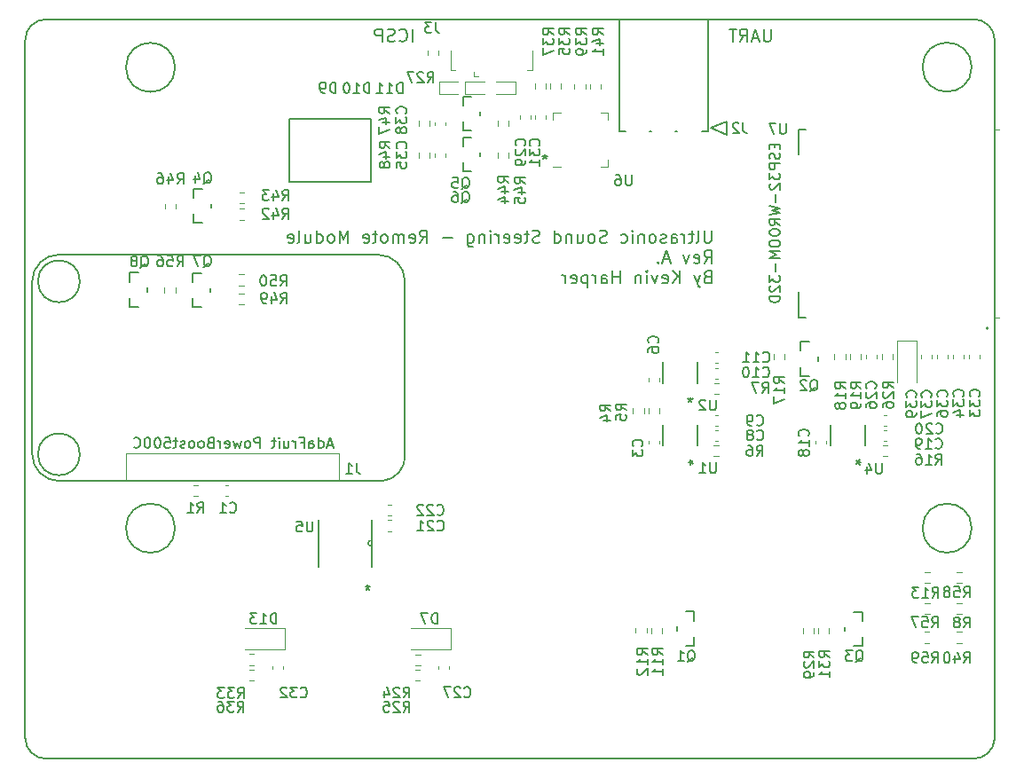
<source format=gbr>
%TF.GenerationSoftware,KiCad,Pcbnew,(6.0.10)*%
%TF.CreationDate,2023-12-08T02:10:06-05:00*%
%TF.ProjectId,Ultrasonic Sound Steering - Remote Rev. A,556c7472-6173-46f6-9e69-6320536f756e,rev?*%
%TF.SameCoordinates,Original*%
%TF.FileFunction,Legend,Bot*%
%TF.FilePolarity,Positive*%
%FSLAX46Y46*%
G04 Gerber Fmt 4.6, Leading zero omitted, Abs format (unit mm)*
G04 Created by KiCad (PCBNEW (6.0.10)) date 2023-12-08 02:10:06*
%MOMM*%
%LPD*%
G01*
G04 APERTURE LIST*
%ADD10C,0.150000*%
%ADD11C,0.200000*%
%ADD12C,0.120000*%
%ADD13C,0.152400*%
%ADD14C,0.203200*%
%ADD15C,0.127000*%
G04 APERTURE END LIST*
D10*
X101000007Y-111580786D02*
G75*
G03*
X102990000Y-113575000I1988393J-5814D01*
G01*
X102990000Y-113575000D02*
X191502500Y-113575000D01*
X102994214Y-43004208D02*
G75*
G03*
X101000000Y-44994214I-5814J-1988392D01*
G01*
X191500000Y-43000000D02*
X102994214Y-43004214D01*
X126190000Y-52500000D02*
X134000000Y-52500000D01*
X134000000Y-52500000D02*
X134000000Y-58500000D01*
X134000000Y-58500000D02*
X126190000Y-58500000D01*
X126190000Y-58500000D02*
X126190000Y-52500000D01*
X193502500Y-111580786D02*
X193502500Y-77000000D01*
X191502500Y-113574940D02*
G75*
G03*
X193502500Y-111675000I-100J2002740D01*
G01*
X193504193Y-44994214D02*
G75*
G03*
X191514214Y-43000000I-1988393J5814D01*
G01*
X193502500Y-77000000D02*
X193504214Y-44994214D01*
X101000000Y-44990000D02*
X101000000Y-111580786D01*
X172154285Y-43942857D02*
X172154285Y-44914285D01*
X172097142Y-45028571D01*
X172040000Y-45085714D01*
X171925714Y-45142857D01*
X171697142Y-45142857D01*
X171582857Y-45085714D01*
X171525714Y-45028571D01*
X171468571Y-44914285D01*
X171468571Y-43942857D01*
X170954285Y-44800000D02*
X170382857Y-44800000D01*
X171068571Y-45142857D02*
X170668571Y-43942857D01*
X170268571Y-45142857D01*
X169182857Y-45142857D02*
X169582857Y-44571428D01*
X169868571Y-45142857D02*
X169868571Y-43942857D01*
X169411428Y-43942857D01*
X169297142Y-44000000D01*
X169240000Y-44057142D01*
X169182857Y-44171428D01*
X169182857Y-44342857D01*
X169240000Y-44457142D01*
X169297142Y-44514285D01*
X169411428Y-44571428D01*
X169868571Y-44571428D01*
X168840000Y-43942857D02*
X168154285Y-43942857D01*
X168497142Y-45142857D02*
X168497142Y-43942857D01*
X164450000Y-79072380D02*
X164450000Y-79310476D01*
X164688095Y-79215238D02*
X164450000Y-79310476D01*
X164211904Y-79215238D01*
X164592857Y-79500952D02*
X164450000Y-79310476D01*
X164307142Y-79500952D01*
X150590000Y-55922380D02*
X150590000Y-56160476D01*
X150828095Y-56065238D02*
X150590000Y-56160476D01*
X150351904Y-56065238D01*
X150732857Y-56350952D02*
X150590000Y-56160476D01*
X150447142Y-56350952D01*
D11*
X166484285Y-63140857D02*
X166484285Y-64112285D01*
X166427142Y-64226571D01*
X166370000Y-64283714D01*
X166255714Y-64340857D01*
X166027142Y-64340857D01*
X165912857Y-64283714D01*
X165855714Y-64226571D01*
X165798571Y-64112285D01*
X165798571Y-63140857D01*
X165055714Y-64340857D02*
X165170000Y-64283714D01*
X165227142Y-64169428D01*
X165227142Y-63140857D01*
X164770000Y-63540857D02*
X164312857Y-63540857D01*
X164598571Y-63140857D02*
X164598571Y-64169428D01*
X164541428Y-64283714D01*
X164427142Y-64340857D01*
X164312857Y-64340857D01*
X163912857Y-64340857D02*
X163912857Y-63540857D01*
X163912857Y-63769428D02*
X163855714Y-63655142D01*
X163798571Y-63598000D01*
X163684285Y-63540857D01*
X163570000Y-63540857D01*
X162655714Y-64340857D02*
X162655714Y-63712285D01*
X162712857Y-63598000D01*
X162827142Y-63540857D01*
X163055714Y-63540857D01*
X163170000Y-63598000D01*
X162655714Y-64283714D02*
X162770000Y-64340857D01*
X163055714Y-64340857D01*
X163170000Y-64283714D01*
X163227142Y-64169428D01*
X163227142Y-64055142D01*
X163170000Y-63940857D01*
X163055714Y-63883714D01*
X162770000Y-63883714D01*
X162655714Y-63826571D01*
X162141428Y-64283714D02*
X162027142Y-64340857D01*
X161798571Y-64340857D01*
X161684285Y-64283714D01*
X161627142Y-64169428D01*
X161627142Y-64112285D01*
X161684285Y-63998000D01*
X161798571Y-63940857D01*
X161970000Y-63940857D01*
X162084285Y-63883714D01*
X162141428Y-63769428D01*
X162141428Y-63712285D01*
X162084285Y-63598000D01*
X161970000Y-63540857D01*
X161798571Y-63540857D01*
X161684285Y-63598000D01*
X160941428Y-64340857D02*
X161055714Y-64283714D01*
X161112857Y-64226571D01*
X161170000Y-64112285D01*
X161170000Y-63769428D01*
X161112857Y-63655142D01*
X161055714Y-63598000D01*
X160941428Y-63540857D01*
X160770000Y-63540857D01*
X160655714Y-63598000D01*
X160598571Y-63655142D01*
X160541428Y-63769428D01*
X160541428Y-64112285D01*
X160598571Y-64226571D01*
X160655714Y-64283714D01*
X160770000Y-64340857D01*
X160941428Y-64340857D01*
X160027142Y-63540857D02*
X160027142Y-64340857D01*
X160027142Y-63655142D02*
X159970000Y-63598000D01*
X159855714Y-63540857D01*
X159684285Y-63540857D01*
X159570000Y-63598000D01*
X159512857Y-63712285D01*
X159512857Y-64340857D01*
X158941428Y-64340857D02*
X158941428Y-63540857D01*
X158941428Y-63140857D02*
X158998571Y-63198000D01*
X158941428Y-63255142D01*
X158884285Y-63198000D01*
X158941428Y-63140857D01*
X158941428Y-63255142D01*
X157855714Y-64283714D02*
X157970000Y-64340857D01*
X158198571Y-64340857D01*
X158312857Y-64283714D01*
X158370000Y-64226571D01*
X158427142Y-64112285D01*
X158427142Y-63769428D01*
X158370000Y-63655142D01*
X158312857Y-63598000D01*
X158198571Y-63540857D01*
X157970000Y-63540857D01*
X157855714Y-63598000D01*
X156484285Y-64283714D02*
X156312857Y-64340857D01*
X156027142Y-64340857D01*
X155912857Y-64283714D01*
X155855714Y-64226571D01*
X155798571Y-64112285D01*
X155798571Y-63998000D01*
X155855714Y-63883714D01*
X155912857Y-63826571D01*
X156027142Y-63769428D01*
X156255714Y-63712285D01*
X156370000Y-63655142D01*
X156427142Y-63598000D01*
X156484285Y-63483714D01*
X156484285Y-63369428D01*
X156427142Y-63255142D01*
X156370000Y-63198000D01*
X156255714Y-63140857D01*
X155970000Y-63140857D01*
X155798571Y-63198000D01*
X155112857Y-64340857D02*
X155227142Y-64283714D01*
X155284285Y-64226571D01*
X155341428Y-64112285D01*
X155341428Y-63769428D01*
X155284285Y-63655142D01*
X155227142Y-63598000D01*
X155112857Y-63540857D01*
X154941428Y-63540857D01*
X154827142Y-63598000D01*
X154770000Y-63655142D01*
X154712857Y-63769428D01*
X154712857Y-64112285D01*
X154770000Y-64226571D01*
X154827142Y-64283714D01*
X154941428Y-64340857D01*
X155112857Y-64340857D01*
X153684285Y-63540857D02*
X153684285Y-64340857D01*
X154198571Y-63540857D02*
X154198571Y-64169428D01*
X154141428Y-64283714D01*
X154027142Y-64340857D01*
X153855714Y-64340857D01*
X153741428Y-64283714D01*
X153684285Y-64226571D01*
X153112857Y-63540857D02*
X153112857Y-64340857D01*
X153112857Y-63655142D02*
X153055714Y-63598000D01*
X152941428Y-63540857D01*
X152770000Y-63540857D01*
X152655714Y-63598000D01*
X152598571Y-63712285D01*
X152598571Y-64340857D01*
X151512857Y-64340857D02*
X151512857Y-63140857D01*
X151512857Y-64283714D02*
X151627142Y-64340857D01*
X151855714Y-64340857D01*
X151970000Y-64283714D01*
X152027142Y-64226571D01*
X152084285Y-64112285D01*
X152084285Y-63769428D01*
X152027142Y-63655142D01*
X151970000Y-63598000D01*
X151855714Y-63540857D01*
X151627142Y-63540857D01*
X151512857Y-63598000D01*
X150084285Y-64283714D02*
X149912857Y-64340857D01*
X149627142Y-64340857D01*
X149512857Y-64283714D01*
X149455714Y-64226571D01*
X149398571Y-64112285D01*
X149398571Y-63998000D01*
X149455714Y-63883714D01*
X149512857Y-63826571D01*
X149627142Y-63769428D01*
X149855714Y-63712285D01*
X149970000Y-63655142D01*
X150027142Y-63598000D01*
X150084285Y-63483714D01*
X150084285Y-63369428D01*
X150027142Y-63255142D01*
X149970000Y-63198000D01*
X149855714Y-63140857D01*
X149570000Y-63140857D01*
X149398571Y-63198000D01*
X149055714Y-63540857D02*
X148598571Y-63540857D01*
X148884285Y-63140857D02*
X148884285Y-64169428D01*
X148827142Y-64283714D01*
X148712857Y-64340857D01*
X148598571Y-64340857D01*
X147741428Y-64283714D02*
X147855714Y-64340857D01*
X148084285Y-64340857D01*
X148198571Y-64283714D01*
X148255714Y-64169428D01*
X148255714Y-63712285D01*
X148198571Y-63598000D01*
X148084285Y-63540857D01*
X147855714Y-63540857D01*
X147741428Y-63598000D01*
X147684285Y-63712285D01*
X147684285Y-63826571D01*
X148255714Y-63940857D01*
X146712857Y-64283714D02*
X146827142Y-64340857D01*
X147055714Y-64340857D01*
X147170000Y-64283714D01*
X147227142Y-64169428D01*
X147227142Y-63712285D01*
X147170000Y-63598000D01*
X147055714Y-63540857D01*
X146827142Y-63540857D01*
X146712857Y-63598000D01*
X146655714Y-63712285D01*
X146655714Y-63826571D01*
X147227142Y-63940857D01*
X146141428Y-64340857D02*
X146141428Y-63540857D01*
X146141428Y-63769428D02*
X146084285Y-63655142D01*
X146027142Y-63598000D01*
X145912857Y-63540857D01*
X145798571Y-63540857D01*
X145398571Y-64340857D02*
X145398571Y-63540857D01*
X145398571Y-63140857D02*
X145455714Y-63198000D01*
X145398571Y-63255142D01*
X145341428Y-63198000D01*
X145398571Y-63140857D01*
X145398571Y-63255142D01*
X144827142Y-63540857D02*
X144827142Y-64340857D01*
X144827142Y-63655142D02*
X144770000Y-63598000D01*
X144655714Y-63540857D01*
X144484285Y-63540857D01*
X144370000Y-63598000D01*
X144312857Y-63712285D01*
X144312857Y-64340857D01*
X143227142Y-63540857D02*
X143227142Y-64512285D01*
X143284285Y-64626571D01*
X143341428Y-64683714D01*
X143455714Y-64740857D01*
X143627142Y-64740857D01*
X143741428Y-64683714D01*
X143227142Y-64283714D02*
X143341428Y-64340857D01*
X143570000Y-64340857D01*
X143684285Y-64283714D01*
X143741428Y-64226571D01*
X143798571Y-64112285D01*
X143798571Y-63769428D01*
X143741428Y-63655142D01*
X143684285Y-63598000D01*
X143570000Y-63540857D01*
X143341428Y-63540857D01*
X143227142Y-63598000D01*
X141741428Y-63883714D02*
X140827142Y-63883714D01*
X138655714Y-64340857D02*
X139055714Y-63769428D01*
X139341428Y-64340857D02*
X139341428Y-63140857D01*
X138884285Y-63140857D01*
X138770000Y-63198000D01*
X138712857Y-63255142D01*
X138655714Y-63369428D01*
X138655714Y-63540857D01*
X138712857Y-63655142D01*
X138770000Y-63712285D01*
X138884285Y-63769428D01*
X139341428Y-63769428D01*
X137684285Y-64283714D02*
X137798571Y-64340857D01*
X138027142Y-64340857D01*
X138141428Y-64283714D01*
X138198571Y-64169428D01*
X138198571Y-63712285D01*
X138141428Y-63598000D01*
X138027142Y-63540857D01*
X137798571Y-63540857D01*
X137684285Y-63598000D01*
X137627142Y-63712285D01*
X137627142Y-63826571D01*
X138198571Y-63940857D01*
X137112857Y-64340857D02*
X137112857Y-63540857D01*
X137112857Y-63655142D02*
X137055714Y-63598000D01*
X136941428Y-63540857D01*
X136770000Y-63540857D01*
X136655714Y-63598000D01*
X136598571Y-63712285D01*
X136598571Y-64340857D01*
X136598571Y-63712285D02*
X136541428Y-63598000D01*
X136427142Y-63540857D01*
X136255714Y-63540857D01*
X136141428Y-63598000D01*
X136084285Y-63712285D01*
X136084285Y-64340857D01*
X135341428Y-64340857D02*
X135455714Y-64283714D01*
X135512857Y-64226571D01*
X135570000Y-64112285D01*
X135570000Y-63769428D01*
X135512857Y-63655142D01*
X135455714Y-63598000D01*
X135341428Y-63540857D01*
X135170000Y-63540857D01*
X135055714Y-63598000D01*
X134998571Y-63655142D01*
X134941428Y-63769428D01*
X134941428Y-64112285D01*
X134998571Y-64226571D01*
X135055714Y-64283714D01*
X135170000Y-64340857D01*
X135341428Y-64340857D01*
X134598571Y-63540857D02*
X134141428Y-63540857D01*
X134427142Y-63140857D02*
X134427142Y-64169428D01*
X134370000Y-64283714D01*
X134255714Y-64340857D01*
X134141428Y-64340857D01*
X133284285Y-64283714D02*
X133398571Y-64340857D01*
X133627142Y-64340857D01*
X133741428Y-64283714D01*
X133798571Y-64169428D01*
X133798571Y-63712285D01*
X133741428Y-63598000D01*
X133627142Y-63540857D01*
X133398571Y-63540857D01*
X133284285Y-63598000D01*
X133227142Y-63712285D01*
X133227142Y-63826571D01*
X133798571Y-63940857D01*
X131798571Y-64340857D02*
X131798571Y-63140857D01*
X131398571Y-63998000D01*
X130998571Y-63140857D01*
X130998571Y-64340857D01*
X130255714Y-64340857D02*
X130370000Y-64283714D01*
X130427142Y-64226571D01*
X130484285Y-64112285D01*
X130484285Y-63769428D01*
X130427142Y-63655142D01*
X130370000Y-63598000D01*
X130255714Y-63540857D01*
X130084285Y-63540857D01*
X129970000Y-63598000D01*
X129912857Y-63655142D01*
X129855714Y-63769428D01*
X129855714Y-64112285D01*
X129912857Y-64226571D01*
X129970000Y-64283714D01*
X130084285Y-64340857D01*
X130255714Y-64340857D01*
X128827142Y-64340857D02*
X128827142Y-63140857D01*
X128827142Y-64283714D02*
X128941428Y-64340857D01*
X129170000Y-64340857D01*
X129284285Y-64283714D01*
X129341428Y-64226571D01*
X129398571Y-64112285D01*
X129398571Y-63769428D01*
X129341428Y-63655142D01*
X129284285Y-63598000D01*
X129170000Y-63540857D01*
X128941428Y-63540857D01*
X128827142Y-63598000D01*
X127741428Y-63540857D02*
X127741428Y-64340857D01*
X128255714Y-63540857D02*
X128255714Y-64169428D01*
X128198571Y-64283714D01*
X128084285Y-64340857D01*
X127912857Y-64340857D01*
X127798571Y-64283714D01*
X127741428Y-64226571D01*
X126998571Y-64340857D02*
X127112857Y-64283714D01*
X127170000Y-64169428D01*
X127170000Y-63140857D01*
X126084285Y-64283714D02*
X126198571Y-64340857D01*
X126427142Y-64340857D01*
X126541428Y-64283714D01*
X126598571Y-64169428D01*
X126598571Y-63712285D01*
X126541428Y-63598000D01*
X126427142Y-63540857D01*
X126198571Y-63540857D01*
X126084285Y-63598000D01*
X126027142Y-63712285D01*
X126027142Y-63826571D01*
X126598571Y-63940857D01*
X165798571Y-66272857D02*
X166198571Y-65701428D01*
X166484285Y-66272857D02*
X166484285Y-65072857D01*
X166027142Y-65072857D01*
X165912857Y-65130000D01*
X165855714Y-65187142D01*
X165798571Y-65301428D01*
X165798571Y-65472857D01*
X165855714Y-65587142D01*
X165912857Y-65644285D01*
X166027142Y-65701428D01*
X166484285Y-65701428D01*
X164827142Y-66215714D02*
X164941428Y-66272857D01*
X165170000Y-66272857D01*
X165284285Y-66215714D01*
X165341428Y-66101428D01*
X165341428Y-65644285D01*
X165284285Y-65530000D01*
X165170000Y-65472857D01*
X164941428Y-65472857D01*
X164827142Y-65530000D01*
X164770000Y-65644285D01*
X164770000Y-65758571D01*
X165341428Y-65872857D01*
X164370000Y-65472857D02*
X164084285Y-66272857D01*
X163798571Y-65472857D01*
X162484285Y-65930000D02*
X161912857Y-65930000D01*
X162598571Y-66272857D02*
X162198571Y-65072857D01*
X161798571Y-66272857D01*
X161398571Y-66158571D02*
X161341428Y-66215714D01*
X161398571Y-66272857D01*
X161455714Y-66215714D01*
X161398571Y-66158571D01*
X161398571Y-66272857D01*
X166084285Y-67576285D02*
X165912857Y-67633428D01*
X165855714Y-67690571D01*
X165798571Y-67804857D01*
X165798571Y-67976285D01*
X165855714Y-68090571D01*
X165912857Y-68147714D01*
X166027142Y-68204857D01*
X166484285Y-68204857D01*
X166484285Y-67004857D01*
X166084285Y-67004857D01*
X165970000Y-67062000D01*
X165912857Y-67119142D01*
X165855714Y-67233428D01*
X165855714Y-67347714D01*
X165912857Y-67462000D01*
X165970000Y-67519142D01*
X166084285Y-67576285D01*
X166484285Y-67576285D01*
X165398571Y-67404857D02*
X165112857Y-68204857D01*
X164827142Y-67404857D02*
X165112857Y-68204857D01*
X165227142Y-68490571D01*
X165284285Y-68547714D01*
X165398571Y-68604857D01*
X163455714Y-68204857D02*
X163455714Y-67004857D01*
X162770000Y-68204857D02*
X163284285Y-67519142D01*
X162770000Y-67004857D02*
X163455714Y-67690571D01*
X161798571Y-68147714D02*
X161912857Y-68204857D01*
X162141428Y-68204857D01*
X162255714Y-68147714D01*
X162312857Y-68033428D01*
X162312857Y-67576285D01*
X162255714Y-67462000D01*
X162141428Y-67404857D01*
X161912857Y-67404857D01*
X161798571Y-67462000D01*
X161741428Y-67576285D01*
X161741428Y-67690571D01*
X162312857Y-67804857D01*
X161341428Y-67404857D02*
X161055714Y-68204857D01*
X160770000Y-67404857D01*
X160312857Y-68204857D02*
X160312857Y-67404857D01*
X160312857Y-67004857D02*
X160370000Y-67062000D01*
X160312857Y-67119142D01*
X160255714Y-67062000D01*
X160312857Y-67004857D01*
X160312857Y-67119142D01*
X159741428Y-67404857D02*
X159741428Y-68204857D01*
X159741428Y-67519142D02*
X159684285Y-67462000D01*
X159570000Y-67404857D01*
X159398571Y-67404857D01*
X159284285Y-67462000D01*
X159227142Y-67576285D01*
X159227142Y-68204857D01*
X157741428Y-68204857D02*
X157741428Y-67004857D01*
X157741428Y-67576285D02*
X157055714Y-67576285D01*
X157055714Y-68204857D02*
X157055714Y-67004857D01*
X155970000Y-68204857D02*
X155970000Y-67576285D01*
X156027142Y-67462000D01*
X156141428Y-67404857D01*
X156370000Y-67404857D01*
X156484285Y-67462000D01*
X155970000Y-68147714D02*
X156084285Y-68204857D01*
X156370000Y-68204857D01*
X156484285Y-68147714D01*
X156541428Y-68033428D01*
X156541428Y-67919142D01*
X156484285Y-67804857D01*
X156370000Y-67747714D01*
X156084285Y-67747714D01*
X155970000Y-67690571D01*
X155398571Y-68204857D02*
X155398571Y-67404857D01*
X155398571Y-67633428D02*
X155341428Y-67519142D01*
X155284285Y-67462000D01*
X155170000Y-67404857D01*
X155055714Y-67404857D01*
X154655714Y-67404857D02*
X154655714Y-68604857D01*
X154655714Y-67462000D02*
X154541428Y-67404857D01*
X154312857Y-67404857D01*
X154198571Y-67462000D01*
X154141428Y-67519142D01*
X154084285Y-67633428D01*
X154084285Y-67976285D01*
X154141428Y-68090571D01*
X154198571Y-68147714D01*
X154312857Y-68204857D01*
X154541428Y-68204857D01*
X154655714Y-68147714D01*
X153112857Y-68147714D02*
X153227142Y-68204857D01*
X153455714Y-68204857D01*
X153570000Y-68147714D01*
X153627142Y-68033428D01*
X153627142Y-67576285D01*
X153570000Y-67462000D01*
X153455714Y-67404857D01*
X153227142Y-67404857D01*
X153112857Y-67462000D01*
X153055714Y-67576285D01*
X153055714Y-67690571D01*
X153627142Y-67804857D01*
X152541428Y-68204857D02*
X152541428Y-67404857D01*
X152541428Y-67633428D02*
X152484285Y-67519142D01*
X152427142Y-67462000D01*
X152312857Y-67404857D01*
X152198571Y-67404857D01*
D10*
X133690000Y-97002380D02*
X133690000Y-97240476D01*
X133928095Y-97145238D02*
X133690000Y-97240476D01*
X133451904Y-97145238D01*
X133832857Y-97430952D02*
X133690000Y-97240476D01*
X133547142Y-97430952D01*
X137961428Y-45142857D02*
X137961428Y-43942857D01*
X136704285Y-45028571D02*
X136761428Y-45085714D01*
X136932857Y-45142857D01*
X137047142Y-45142857D01*
X137218571Y-45085714D01*
X137332857Y-44971428D01*
X137390000Y-44857142D01*
X137447142Y-44628571D01*
X137447142Y-44457142D01*
X137390000Y-44228571D01*
X137332857Y-44114285D01*
X137218571Y-44000000D01*
X137047142Y-43942857D01*
X136932857Y-43942857D01*
X136761428Y-44000000D01*
X136704285Y-44057142D01*
X136247142Y-45085714D02*
X136075714Y-45142857D01*
X135790000Y-45142857D01*
X135675714Y-45085714D01*
X135618571Y-45028571D01*
X135561428Y-44914285D01*
X135561428Y-44800000D01*
X135618571Y-44685714D01*
X135675714Y-44628571D01*
X135790000Y-44571428D01*
X136018571Y-44514285D01*
X136132857Y-44457142D01*
X136190000Y-44400000D01*
X136247142Y-44285714D01*
X136247142Y-44171428D01*
X136190000Y-44057142D01*
X136132857Y-44000000D01*
X136018571Y-43942857D01*
X135732857Y-43942857D01*
X135561428Y-44000000D01*
X135047142Y-45142857D02*
X135047142Y-43942857D01*
X134590000Y-43942857D01*
X134475714Y-44000000D01*
X134418571Y-44057142D01*
X134361428Y-44171428D01*
X134361428Y-44342857D01*
X134418571Y-44457142D01*
X134475714Y-44514285D01*
X134590000Y-44571428D01*
X135047142Y-44571428D01*
%TO.C,D11*%
X136994285Y-50062380D02*
X136994285Y-49062380D01*
X136756190Y-49062380D01*
X136613333Y-49110000D01*
X136518095Y-49205238D01*
X136470476Y-49300476D01*
X136422857Y-49490952D01*
X136422857Y-49633809D01*
X136470476Y-49824285D01*
X136518095Y-49919523D01*
X136613333Y-50014761D01*
X136756190Y-50062380D01*
X136994285Y-50062380D01*
X135470476Y-50062380D02*
X136041904Y-50062380D01*
X135756190Y-50062380D02*
X135756190Y-49062380D01*
X135851428Y-49205238D01*
X135946666Y-49300476D01*
X136041904Y-49348095D01*
X134518095Y-50062380D02*
X135089523Y-50062380D01*
X134803809Y-50062380D02*
X134803809Y-49062380D01*
X134899047Y-49205238D01*
X134994285Y-49300476D01*
X135089523Y-49348095D01*
%TO.C,R11*%
X161852380Y-103667142D02*
X161376190Y-103333809D01*
X161852380Y-103095714D02*
X160852380Y-103095714D01*
X160852380Y-103476666D01*
X160900000Y-103571904D01*
X160947619Y-103619523D01*
X161042857Y-103667142D01*
X161185714Y-103667142D01*
X161280952Y-103619523D01*
X161328571Y-103571904D01*
X161376190Y-103476666D01*
X161376190Y-103095714D01*
X161852380Y-104619523D02*
X161852380Y-104048095D01*
X161852380Y-104333809D02*
X160852380Y-104333809D01*
X160995238Y-104238571D01*
X161090476Y-104143333D01*
X161138095Y-104048095D01*
X161852380Y-105571904D02*
X161852380Y-105000476D01*
X161852380Y-105286190D02*
X160852380Y-105286190D01*
X160995238Y-105190952D01*
X161090476Y-105095714D01*
X161138095Y-105000476D01*
%TO.C,R35*%
X152932380Y-44467142D02*
X152456190Y-44133809D01*
X152932380Y-43895714D02*
X151932380Y-43895714D01*
X151932380Y-44276666D01*
X151980000Y-44371904D01*
X152027619Y-44419523D01*
X152122857Y-44467142D01*
X152265714Y-44467142D01*
X152360952Y-44419523D01*
X152408571Y-44371904D01*
X152456190Y-44276666D01*
X152456190Y-43895714D01*
X151932380Y-44800476D02*
X151932380Y-45419523D01*
X152313333Y-45086190D01*
X152313333Y-45229047D01*
X152360952Y-45324285D01*
X152408571Y-45371904D01*
X152503809Y-45419523D01*
X152741904Y-45419523D01*
X152837142Y-45371904D01*
X152884761Y-45324285D01*
X152932380Y-45229047D01*
X152932380Y-44943333D01*
X152884761Y-44848095D01*
X152837142Y-44800476D01*
X151932380Y-46324285D02*
X151932380Y-45848095D01*
X152408571Y-45800476D01*
X152360952Y-45848095D01*
X152313333Y-45943333D01*
X152313333Y-46181428D01*
X152360952Y-46276666D01*
X152408571Y-46324285D01*
X152503809Y-46371904D01*
X152741904Y-46371904D01*
X152837142Y-46324285D01*
X152884761Y-46276666D01*
X152932380Y-46181428D01*
X152932380Y-45943333D01*
X152884761Y-45848095D01*
X152837142Y-45800476D01*
%TO.C,Q4*%
X118015238Y-58727619D02*
X118110476Y-58680000D01*
X118205714Y-58584761D01*
X118348571Y-58441904D01*
X118443809Y-58394285D01*
X118539047Y-58394285D01*
X118491428Y-58632380D02*
X118586666Y-58584761D01*
X118681904Y-58489523D01*
X118729523Y-58299047D01*
X118729523Y-57965714D01*
X118681904Y-57775238D01*
X118586666Y-57680000D01*
X118491428Y-57632380D01*
X118300952Y-57632380D01*
X118205714Y-57680000D01*
X118110476Y-57775238D01*
X118062857Y-57965714D01*
X118062857Y-58299047D01*
X118110476Y-58489523D01*
X118205714Y-58584761D01*
X118300952Y-58632380D01*
X118491428Y-58632380D01*
X117205714Y-57965714D02*
X117205714Y-58632380D01*
X117443809Y-57584761D02*
X117681904Y-58299047D01*
X117062857Y-58299047D01*
%TO.C,R1*%
X117426666Y-90102380D02*
X117760000Y-89626190D01*
X117998095Y-90102380D02*
X117998095Y-89102380D01*
X117617142Y-89102380D01*
X117521904Y-89150000D01*
X117474285Y-89197619D01*
X117426666Y-89292857D01*
X117426666Y-89435714D01*
X117474285Y-89530952D01*
X117521904Y-89578571D01*
X117617142Y-89626190D01*
X117998095Y-89626190D01*
X116474285Y-90102380D02*
X117045714Y-90102380D01*
X116760000Y-90102380D02*
X116760000Y-89102380D01*
X116855238Y-89245238D01*
X116950476Y-89340476D01*
X117045714Y-89388095D01*
%TO.C,J1*%
X132623333Y-85342380D02*
X132623333Y-86056666D01*
X132670952Y-86199523D01*
X132766190Y-86294761D01*
X132909047Y-86342380D01*
X133004285Y-86342380D01*
X131623333Y-86342380D02*
X132194761Y-86342380D01*
X131909047Y-86342380D02*
X131909047Y-85342380D01*
X132004285Y-85485238D01*
X132099523Y-85580476D01*
X132194761Y-85628095D01*
X130326190Y-83626666D02*
X129850000Y-83626666D01*
X130421428Y-83912380D02*
X130088095Y-82912380D01*
X129754761Y-83912380D01*
X128992857Y-83912380D02*
X128992857Y-82912380D01*
X128992857Y-83864761D02*
X129088095Y-83912380D01*
X129278571Y-83912380D01*
X129373809Y-83864761D01*
X129421428Y-83817142D01*
X129469047Y-83721904D01*
X129469047Y-83436190D01*
X129421428Y-83340952D01*
X129373809Y-83293333D01*
X129278571Y-83245714D01*
X129088095Y-83245714D01*
X128992857Y-83293333D01*
X128088095Y-83912380D02*
X128088095Y-83388571D01*
X128135714Y-83293333D01*
X128230952Y-83245714D01*
X128421428Y-83245714D01*
X128516666Y-83293333D01*
X128088095Y-83864761D02*
X128183333Y-83912380D01*
X128421428Y-83912380D01*
X128516666Y-83864761D01*
X128564285Y-83769523D01*
X128564285Y-83674285D01*
X128516666Y-83579047D01*
X128421428Y-83531428D01*
X128183333Y-83531428D01*
X128088095Y-83483809D01*
X127278571Y-83388571D02*
X127611904Y-83388571D01*
X127611904Y-83912380D02*
X127611904Y-82912380D01*
X127135714Y-82912380D01*
X126754761Y-83912380D02*
X126754761Y-83245714D01*
X126754761Y-83436190D02*
X126707142Y-83340952D01*
X126659523Y-83293333D01*
X126564285Y-83245714D01*
X126469047Y-83245714D01*
X125707142Y-83245714D02*
X125707142Y-83912380D01*
X126135714Y-83245714D02*
X126135714Y-83769523D01*
X126088095Y-83864761D01*
X125992857Y-83912380D01*
X125850000Y-83912380D01*
X125754761Y-83864761D01*
X125707142Y-83817142D01*
X125230952Y-83912380D02*
X125230952Y-83245714D01*
X125230952Y-82912380D02*
X125278571Y-82960000D01*
X125230952Y-83007619D01*
X125183333Y-82960000D01*
X125230952Y-82912380D01*
X125230952Y-83007619D01*
X124897619Y-83245714D02*
X124516666Y-83245714D01*
X124754761Y-82912380D02*
X124754761Y-83769523D01*
X124707142Y-83864761D01*
X124611904Y-83912380D01*
X124516666Y-83912380D01*
X123421428Y-83912380D02*
X123421428Y-82912380D01*
X123040476Y-82912380D01*
X122945238Y-82960000D01*
X122897619Y-83007619D01*
X122850000Y-83102857D01*
X122850000Y-83245714D01*
X122897619Y-83340952D01*
X122945238Y-83388571D01*
X123040476Y-83436190D01*
X123421428Y-83436190D01*
X122278571Y-83912380D02*
X122373809Y-83864761D01*
X122421428Y-83817142D01*
X122469047Y-83721904D01*
X122469047Y-83436190D01*
X122421428Y-83340952D01*
X122373809Y-83293333D01*
X122278571Y-83245714D01*
X122135714Y-83245714D01*
X122040476Y-83293333D01*
X121992857Y-83340952D01*
X121945238Y-83436190D01*
X121945238Y-83721904D01*
X121992857Y-83817142D01*
X122040476Y-83864761D01*
X122135714Y-83912380D01*
X122278571Y-83912380D01*
X121611904Y-83245714D02*
X121421428Y-83912380D01*
X121230952Y-83436190D01*
X121040476Y-83912380D01*
X120850000Y-83245714D01*
X120088095Y-83864761D02*
X120183333Y-83912380D01*
X120373809Y-83912380D01*
X120469047Y-83864761D01*
X120516666Y-83769523D01*
X120516666Y-83388571D01*
X120469047Y-83293333D01*
X120373809Y-83245714D01*
X120183333Y-83245714D01*
X120088095Y-83293333D01*
X120040476Y-83388571D01*
X120040476Y-83483809D01*
X120516666Y-83579047D01*
X119611904Y-83912380D02*
X119611904Y-83245714D01*
X119611904Y-83436190D02*
X119564285Y-83340952D01*
X119516666Y-83293333D01*
X119421428Y-83245714D01*
X119326190Y-83245714D01*
X118659523Y-83388571D02*
X118516666Y-83436190D01*
X118469047Y-83483809D01*
X118421428Y-83579047D01*
X118421428Y-83721904D01*
X118469047Y-83817142D01*
X118516666Y-83864761D01*
X118611904Y-83912380D01*
X118992857Y-83912380D01*
X118992857Y-82912380D01*
X118659523Y-82912380D01*
X118564285Y-82960000D01*
X118516666Y-83007619D01*
X118469047Y-83102857D01*
X118469047Y-83198095D01*
X118516666Y-83293333D01*
X118564285Y-83340952D01*
X118659523Y-83388571D01*
X118992857Y-83388571D01*
X117850000Y-83912380D02*
X117945238Y-83864761D01*
X117992857Y-83817142D01*
X118040476Y-83721904D01*
X118040476Y-83436190D01*
X117992857Y-83340952D01*
X117945238Y-83293333D01*
X117850000Y-83245714D01*
X117707142Y-83245714D01*
X117611904Y-83293333D01*
X117564285Y-83340952D01*
X117516666Y-83436190D01*
X117516666Y-83721904D01*
X117564285Y-83817142D01*
X117611904Y-83864761D01*
X117707142Y-83912380D01*
X117850000Y-83912380D01*
X116945238Y-83912380D02*
X117040476Y-83864761D01*
X117088095Y-83817142D01*
X117135714Y-83721904D01*
X117135714Y-83436190D01*
X117088095Y-83340952D01*
X117040476Y-83293333D01*
X116945238Y-83245714D01*
X116802380Y-83245714D01*
X116707142Y-83293333D01*
X116659523Y-83340952D01*
X116611904Y-83436190D01*
X116611904Y-83721904D01*
X116659523Y-83817142D01*
X116707142Y-83864761D01*
X116802380Y-83912380D01*
X116945238Y-83912380D01*
X116230952Y-83864761D02*
X116135714Y-83912380D01*
X115945238Y-83912380D01*
X115850000Y-83864761D01*
X115802380Y-83769523D01*
X115802380Y-83721904D01*
X115850000Y-83626666D01*
X115945238Y-83579047D01*
X116088095Y-83579047D01*
X116183333Y-83531428D01*
X116230952Y-83436190D01*
X116230952Y-83388571D01*
X116183333Y-83293333D01*
X116088095Y-83245714D01*
X115945238Y-83245714D01*
X115850000Y-83293333D01*
X115516666Y-83245714D02*
X115135714Y-83245714D01*
X115373809Y-82912380D02*
X115373809Y-83769523D01*
X115326190Y-83864761D01*
X115230952Y-83912380D01*
X115135714Y-83912380D01*
X114326190Y-82912380D02*
X114802380Y-82912380D01*
X114850000Y-83388571D01*
X114802380Y-83340952D01*
X114707142Y-83293333D01*
X114469047Y-83293333D01*
X114373809Y-83340952D01*
X114326190Y-83388571D01*
X114278571Y-83483809D01*
X114278571Y-83721904D01*
X114326190Y-83817142D01*
X114373809Y-83864761D01*
X114469047Y-83912380D01*
X114707142Y-83912380D01*
X114802380Y-83864761D01*
X114850000Y-83817142D01*
X113659523Y-82912380D02*
X113564285Y-82912380D01*
X113469047Y-82960000D01*
X113421428Y-83007619D01*
X113373809Y-83102857D01*
X113326190Y-83293333D01*
X113326190Y-83531428D01*
X113373809Y-83721904D01*
X113421428Y-83817142D01*
X113469047Y-83864761D01*
X113564285Y-83912380D01*
X113659523Y-83912380D01*
X113754761Y-83864761D01*
X113802380Y-83817142D01*
X113850000Y-83721904D01*
X113897619Y-83531428D01*
X113897619Y-83293333D01*
X113850000Y-83102857D01*
X113802380Y-83007619D01*
X113754761Y-82960000D01*
X113659523Y-82912380D01*
X112707142Y-82912380D02*
X112611904Y-82912380D01*
X112516666Y-82960000D01*
X112469047Y-83007619D01*
X112421428Y-83102857D01*
X112373809Y-83293333D01*
X112373809Y-83531428D01*
X112421428Y-83721904D01*
X112469047Y-83817142D01*
X112516666Y-83864761D01*
X112611904Y-83912380D01*
X112707142Y-83912380D01*
X112802380Y-83864761D01*
X112850000Y-83817142D01*
X112897619Y-83721904D01*
X112945238Y-83531428D01*
X112945238Y-83293333D01*
X112897619Y-83102857D01*
X112850000Y-83007619D01*
X112802380Y-82960000D01*
X112707142Y-82912380D01*
X111373809Y-83817142D02*
X111421428Y-83864761D01*
X111564285Y-83912380D01*
X111659523Y-83912380D01*
X111802380Y-83864761D01*
X111897619Y-83769523D01*
X111945238Y-83674285D01*
X111992857Y-83483809D01*
X111992857Y-83340952D01*
X111945238Y-83150476D01*
X111897619Y-83055238D01*
X111802380Y-82960000D01*
X111659523Y-82912380D01*
X111564285Y-82912380D01*
X111421428Y-82960000D01*
X111373809Y-83007619D01*
%TO.C,C35*%
X137312142Y-55312142D02*
X137359761Y-55264523D01*
X137407380Y-55121666D01*
X137407380Y-55026428D01*
X137359761Y-54883571D01*
X137264523Y-54788333D01*
X137169285Y-54740714D01*
X136978809Y-54693095D01*
X136835952Y-54693095D01*
X136645476Y-54740714D01*
X136550238Y-54788333D01*
X136455000Y-54883571D01*
X136407380Y-55026428D01*
X136407380Y-55121666D01*
X136455000Y-55264523D01*
X136502619Y-55312142D01*
X136407380Y-55645476D02*
X136407380Y-56264523D01*
X136788333Y-55931190D01*
X136788333Y-56074047D01*
X136835952Y-56169285D01*
X136883571Y-56216904D01*
X136978809Y-56264523D01*
X137216904Y-56264523D01*
X137312142Y-56216904D01*
X137359761Y-56169285D01*
X137407380Y-56074047D01*
X137407380Y-55788333D01*
X137359761Y-55693095D01*
X137312142Y-55645476D01*
X136407380Y-57169285D02*
X136407380Y-56693095D01*
X136883571Y-56645476D01*
X136835952Y-56693095D01*
X136788333Y-56788333D01*
X136788333Y-57026428D01*
X136835952Y-57121666D01*
X136883571Y-57169285D01*
X136978809Y-57216904D01*
X137216904Y-57216904D01*
X137312142Y-57169285D01*
X137359761Y-57121666D01*
X137407380Y-57026428D01*
X137407380Y-56788333D01*
X137359761Y-56693095D01*
X137312142Y-56645476D01*
%TO.C,Q3*%
X180215238Y-104347619D02*
X180310476Y-104300000D01*
X180405714Y-104204761D01*
X180548571Y-104061904D01*
X180643809Y-104014285D01*
X180739047Y-104014285D01*
X180691428Y-104252380D02*
X180786666Y-104204761D01*
X180881904Y-104109523D01*
X180929523Y-103919047D01*
X180929523Y-103585714D01*
X180881904Y-103395238D01*
X180786666Y-103300000D01*
X180691428Y-103252380D01*
X180500952Y-103252380D01*
X180405714Y-103300000D01*
X180310476Y-103395238D01*
X180262857Y-103585714D01*
X180262857Y-103919047D01*
X180310476Y-104109523D01*
X180405714Y-104204761D01*
X180500952Y-104252380D01*
X180691428Y-104252380D01*
X179929523Y-103252380D02*
X179310476Y-103252380D01*
X179643809Y-103633333D01*
X179500952Y-103633333D01*
X179405714Y-103680952D01*
X179358095Y-103728571D01*
X179310476Y-103823809D01*
X179310476Y-104061904D01*
X179358095Y-104157142D01*
X179405714Y-104204761D01*
X179500952Y-104252380D01*
X179786666Y-104252380D01*
X179881904Y-104204761D01*
X179929523Y-104157142D01*
%TO.C,R33*%
X121272857Y-107782380D02*
X121606190Y-107306190D01*
X121844285Y-107782380D02*
X121844285Y-106782380D01*
X121463333Y-106782380D01*
X121368095Y-106830000D01*
X121320476Y-106877619D01*
X121272857Y-106972857D01*
X121272857Y-107115714D01*
X121320476Y-107210952D01*
X121368095Y-107258571D01*
X121463333Y-107306190D01*
X121844285Y-107306190D01*
X120939523Y-106782380D02*
X120320476Y-106782380D01*
X120653809Y-107163333D01*
X120510952Y-107163333D01*
X120415714Y-107210952D01*
X120368095Y-107258571D01*
X120320476Y-107353809D01*
X120320476Y-107591904D01*
X120368095Y-107687142D01*
X120415714Y-107734761D01*
X120510952Y-107782380D01*
X120796666Y-107782380D01*
X120891904Y-107734761D01*
X120939523Y-107687142D01*
X119987142Y-106782380D02*
X119368095Y-106782380D01*
X119701428Y-107163333D01*
X119558571Y-107163333D01*
X119463333Y-107210952D01*
X119415714Y-107258571D01*
X119368095Y-107353809D01*
X119368095Y-107591904D01*
X119415714Y-107687142D01*
X119463333Y-107734761D01*
X119558571Y-107782380D01*
X119844285Y-107782380D01*
X119939523Y-107734761D01*
X119987142Y-107687142D01*
%TO.C,R36*%
X121257857Y-109112380D02*
X121591190Y-108636190D01*
X121829285Y-109112380D02*
X121829285Y-108112380D01*
X121448333Y-108112380D01*
X121353095Y-108160000D01*
X121305476Y-108207619D01*
X121257857Y-108302857D01*
X121257857Y-108445714D01*
X121305476Y-108540952D01*
X121353095Y-108588571D01*
X121448333Y-108636190D01*
X121829285Y-108636190D01*
X120924523Y-108112380D02*
X120305476Y-108112380D01*
X120638809Y-108493333D01*
X120495952Y-108493333D01*
X120400714Y-108540952D01*
X120353095Y-108588571D01*
X120305476Y-108683809D01*
X120305476Y-108921904D01*
X120353095Y-109017142D01*
X120400714Y-109064761D01*
X120495952Y-109112380D01*
X120781666Y-109112380D01*
X120876904Y-109064761D01*
X120924523Y-109017142D01*
X119448333Y-108112380D02*
X119638809Y-108112380D01*
X119734047Y-108160000D01*
X119781666Y-108207619D01*
X119876904Y-108350476D01*
X119924523Y-108540952D01*
X119924523Y-108921904D01*
X119876904Y-109017142D01*
X119829285Y-109064761D01*
X119734047Y-109112380D01*
X119543571Y-109112380D01*
X119448333Y-109064761D01*
X119400714Y-109017142D01*
X119353095Y-108921904D01*
X119353095Y-108683809D01*
X119400714Y-108588571D01*
X119448333Y-108540952D01*
X119543571Y-108493333D01*
X119734047Y-108493333D01*
X119829285Y-108540952D01*
X119876904Y-108588571D01*
X119924523Y-108683809D01*
%TO.C,U5*%
X128441904Y-90922380D02*
X128441904Y-91731904D01*
X128394285Y-91827142D01*
X128346666Y-91874761D01*
X128251428Y-91922380D01*
X128060952Y-91922380D01*
X127965714Y-91874761D01*
X127918095Y-91827142D01*
X127870476Y-91731904D01*
X127870476Y-90922380D01*
X126918095Y-90922380D02*
X127394285Y-90922380D01*
X127441904Y-91398571D01*
X127394285Y-91350952D01*
X127299047Y-91303333D01*
X127060952Y-91303333D01*
X126965714Y-91350952D01*
X126918095Y-91398571D01*
X126870476Y-91493809D01*
X126870476Y-91731904D01*
X126918095Y-91827142D01*
X126965714Y-91874761D01*
X127060952Y-91922380D01*
X127299047Y-91922380D01*
X127394285Y-91874761D01*
X127441904Y-91827142D01*
%TO.C,R27*%
X139372857Y-49032380D02*
X139706190Y-48556190D01*
X139944285Y-49032380D02*
X139944285Y-48032380D01*
X139563333Y-48032380D01*
X139468095Y-48080000D01*
X139420476Y-48127619D01*
X139372857Y-48222857D01*
X139372857Y-48365714D01*
X139420476Y-48460952D01*
X139468095Y-48508571D01*
X139563333Y-48556190D01*
X139944285Y-48556190D01*
X138991904Y-48127619D02*
X138944285Y-48080000D01*
X138849047Y-48032380D01*
X138610952Y-48032380D01*
X138515714Y-48080000D01*
X138468095Y-48127619D01*
X138420476Y-48222857D01*
X138420476Y-48318095D01*
X138468095Y-48460952D01*
X139039523Y-49032380D01*
X138420476Y-49032380D01*
X138087142Y-48032380D02*
X137420476Y-48032380D01*
X137849047Y-49032380D01*
%TO.C,Q8*%
X111995238Y-66697619D02*
X112090476Y-66650000D01*
X112185714Y-66554761D01*
X112328571Y-66411904D01*
X112423809Y-66364285D01*
X112519047Y-66364285D01*
X112471428Y-66602380D02*
X112566666Y-66554761D01*
X112661904Y-66459523D01*
X112709523Y-66269047D01*
X112709523Y-65935714D01*
X112661904Y-65745238D01*
X112566666Y-65650000D01*
X112471428Y-65602380D01*
X112280952Y-65602380D01*
X112185714Y-65650000D01*
X112090476Y-65745238D01*
X112042857Y-65935714D01*
X112042857Y-66269047D01*
X112090476Y-66459523D01*
X112185714Y-66554761D01*
X112280952Y-66602380D01*
X112471428Y-66602380D01*
X111471428Y-66030952D02*
X111566666Y-65983333D01*
X111614285Y-65935714D01*
X111661904Y-65840476D01*
X111661904Y-65792857D01*
X111614285Y-65697619D01*
X111566666Y-65650000D01*
X111471428Y-65602380D01*
X111280952Y-65602380D01*
X111185714Y-65650000D01*
X111138095Y-65697619D01*
X111090476Y-65792857D01*
X111090476Y-65840476D01*
X111138095Y-65935714D01*
X111185714Y-65983333D01*
X111280952Y-66030952D01*
X111471428Y-66030952D01*
X111566666Y-66078571D01*
X111614285Y-66126190D01*
X111661904Y-66221428D01*
X111661904Y-66411904D01*
X111614285Y-66507142D01*
X111566666Y-66554761D01*
X111471428Y-66602380D01*
X111280952Y-66602380D01*
X111185714Y-66554761D01*
X111138095Y-66507142D01*
X111090476Y-66411904D01*
X111090476Y-66221428D01*
X111138095Y-66126190D01*
X111185714Y-66078571D01*
X111280952Y-66030952D01*
%TO.C,R31*%
X177742380Y-103897142D02*
X177266190Y-103563809D01*
X177742380Y-103325714D02*
X176742380Y-103325714D01*
X176742380Y-103706666D01*
X176790000Y-103801904D01*
X176837619Y-103849523D01*
X176932857Y-103897142D01*
X177075714Y-103897142D01*
X177170952Y-103849523D01*
X177218571Y-103801904D01*
X177266190Y-103706666D01*
X177266190Y-103325714D01*
X176742380Y-104230476D02*
X176742380Y-104849523D01*
X177123333Y-104516190D01*
X177123333Y-104659047D01*
X177170952Y-104754285D01*
X177218571Y-104801904D01*
X177313809Y-104849523D01*
X177551904Y-104849523D01*
X177647142Y-104801904D01*
X177694761Y-104754285D01*
X177742380Y-104659047D01*
X177742380Y-104373333D01*
X177694761Y-104278095D01*
X177647142Y-104230476D01*
X177742380Y-105801904D02*
X177742380Y-105230476D01*
X177742380Y-105516190D02*
X176742380Y-105516190D01*
X176885238Y-105420952D01*
X176980476Y-105325714D01*
X177028095Y-105230476D01*
%TO.C,U2*%
X166891904Y-79322380D02*
X166891904Y-80131904D01*
X166844285Y-80227142D01*
X166796666Y-80274761D01*
X166701428Y-80322380D01*
X166510952Y-80322380D01*
X166415714Y-80274761D01*
X166368095Y-80227142D01*
X166320476Y-80131904D01*
X166320476Y-79322380D01*
X165891904Y-79417619D02*
X165844285Y-79370000D01*
X165749047Y-79322380D01*
X165510952Y-79322380D01*
X165415714Y-79370000D01*
X165368095Y-79417619D01*
X165320476Y-79512857D01*
X165320476Y-79608095D01*
X165368095Y-79750952D01*
X165939523Y-80322380D01*
X165320476Y-80322380D01*
%TO.C,R56*%
X115492857Y-66582380D02*
X115826190Y-66106190D01*
X116064285Y-66582380D02*
X116064285Y-65582380D01*
X115683333Y-65582380D01*
X115588095Y-65630000D01*
X115540476Y-65677619D01*
X115492857Y-65772857D01*
X115492857Y-65915714D01*
X115540476Y-66010952D01*
X115588095Y-66058571D01*
X115683333Y-66106190D01*
X116064285Y-66106190D01*
X114588095Y-65582380D02*
X115064285Y-65582380D01*
X115111904Y-66058571D01*
X115064285Y-66010952D01*
X114969047Y-65963333D01*
X114730952Y-65963333D01*
X114635714Y-66010952D01*
X114588095Y-66058571D01*
X114540476Y-66153809D01*
X114540476Y-66391904D01*
X114588095Y-66487142D01*
X114635714Y-66534761D01*
X114730952Y-66582380D01*
X114969047Y-66582380D01*
X115064285Y-66534761D01*
X115111904Y-66487142D01*
X113683333Y-65582380D02*
X113873809Y-65582380D01*
X113969047Y-65630000D01*
X114016666Y-65677619D01*
X114111904Y-65820476D01*
X114159523Y-66010952D01*
X114159523Y-66391904D01*
X114111904Y-66487142D01*
X114064285Y-66534761D01*
X113969047Y-66582380D01*
X113778571Y-66582380D01*
X113683333Y-66534761D01*
X113635714Y-66487142D01*
X113588095Y-66391904D01*
X113588095Y-66153809D01*
X113635714Y-66058571D01*
X113683333Y-66010952D01*
X113778571Y-65963333D01*
X113969047Y-65963333D01*
X114064285Y-66010952D01*
X114111904Y-66058571D01*
X114159523Y-66153809D01*
%TO.C,Q6*%
X142635238Y-60547619D02*
X142730476Y-60500000D01*
X142825714Y-60404761D01*
X142968571Y-60261904D01*
X143063809Y-60214285D01*
X143159047Y-60214285D01*
X143111428Y-60452380D02*
X143206666Y-60404761D01*
X143301904Y-60309523D01*
X143349523Y-60119047D01*
X143349523Y-59785714D01*
X143301904Y-59595238D01*
X143206666Y-59500000D01*
X143111428Y-59452380D01*
X142920952Y-59452380D01*
X142825714Y-59500000D01*
X142730476Y-59595238D01*
X142682857Y-59785714D01*
X142682857Y-60119047D01*
X142730476Y-60309523D01*
X142825714Y-60404761D01*
X142920952Y-60452380D01*
X143111428Y-60452380D01*
X141825714Y-59452380D02*
X142016190Y-59452380D01*
X142111428Y-59500000D01*
X142159047Y-59547619D01*
X142254285Y-59690476D01*
X142301904Y-59880952D01*
X142301904Y-60261904D01*
X142254285Y-60357142D01*
X142206666Y-60404761D01*
X142111428Y-60452380D01*
X141920952Y-60452380D01*
X141825714Y-60404761D01*
X141778095Y-60357142D01*
X141730476Y-60261904D01*
X141730476Y-60023809D01*
X141778095Y-59928571D01*
X141825714Y-59880952D01*
X141920952Y-59833333D01*
X142111428Y-59833333D01*
X142206666Y-59880952D01*
X142254285Y-59928571D01*
X142301904Y-60023809D01*
%TO.C,R12*%
X160362380Y-103667142D02*
X159886190Y-103333809D01*
X160362380Y-103095714D02*
X159362380Y-103095714D01*
X159362380Y-103476666D01*
X159410000Y-103571904D01*
X159457619Y-103619523D01*
X159552857Y-103667142D01*
X159695714Y-103667142D01*
X159790952Y-103619523D01*
X159838571Y-103571904D01*
X159886190Y-103476666D01*
X159886190Y-103095714D01*
X160362380Y-104619523D02*
X160362380Y-104048095D01*
X160362380Y-104333809D02*
X159362380Y-104333809D01*
X159505238Y-104238571D01*
X159600476Y-104143333D01*
X159648095Y-104048095D01*
X159457619Y-105000476D02*
X159410000Y-105048095D01*
X159362380Y-105143333D01*
X159362380Y-105381428D01*
X159410000Y-105476666D01*
X159457619Y-105524285D01*
X159552857Y-105571904D01*
X159648095Y-105571904D01*
X159790952Y-105524285D01*
X160362380Y-104952857D01*
X160362380Y-105571904D01*
%TO.C,R17*%
X173442380Y-77747142D02*
X172966190Y-77413809D01*
X173442380Y-77175714D02*
X172442380Y-77175714D01*
X172442380Y-77556666D01*
X172490000Y-77651904D01*
X172537619Y-77699523D01*
X172632857Y-77747142D01*
X172775714Y-77747142D01*
X172870952Y-77699523D01*
X172918571Y-77651904D01*
X172966190Y-77556666D01*
X172966190Y-77175714D01*
X173442380Y-78699523D02*
X173442380Y-78128095D01*
X173442380Y-78413809D02*
X172442380Y-78413809D01*
X172585238Y-78318571D01*
X172680476Y-78223333D01*
X172728095Y-78128095D01*
X172442380Y-79032857D02*
X172442380Y-79699523D01*
X173442380Y-79270952D01*
%TO.C,U4*%
X182751904Y-85372380D02*
X182751904Y-86181904D01*
X182704285Y-86277142D01*
X182656666Y-86324761D01*
X182561428Y-86372380D01*
X182370952Y-86372380D01*
X182275714Y-86324761D01*
X182228095Y-86277142D01*
X182180476Y-86181904D01*
X182180476Y-85372380D01*
X181275714Y-85705714D02*
X181275714Y-86372380D01*
X181513809Y-85324761D02*
X181751904Y-86039047D01*
X181132857Y-86039047D01*
X180742619Y-85280000D02*
X180504523Y-85280000D01*
X180599761Y-85518095D02*
X180504523Y-85280000D01*
X180599761Y-85041904D01*
X180314047Y-85422857D02*
X180504523Y-85280000D01*
X180314047Y-85137142D01*
%TO.C,C6*%
X161337142Y-73883333D02*
X161384761Y-73835714D01*
X161432380Y-73692857D01*
X161432380Y-73597619D01*
X161384761Y-73454761D01*
X161289523Y-73359523D01*
X161194285Y-73311904D01*
X161003809Y-73264285D01*
X160860952Y-73264285D01*
X160670476Y-73311904D01*
X160575238Y-73359523D01*
X160480000Y-73454761D01*
X160432380Y-73597619D01*
X160432380Y-73692857D01*
X160480000Y-73835714D01*
X160527619Y-73883333D01*
X160432380Y-74740476D02*
X160432380Y-74550000D01*
X160480000Y-74454761D01*
X160527619Y-74407142D01*
X160670476Y-74311904D01*
X160860952Y-74264285D01*
X161241904Y-74264285D01*
X161337142Y-74311904D01*
X161384761Y-74359523D01*
X161432380Y-74454761D01*
X161432380Y-74645238D01*
X161384761Y-74740476D01*
X161337142Y-74788095D01*
X161241904Y-74835714D01*
X161003809Y-74835714D01*
X160908571Y-74788095D01*
X160860952Y-74740476D01*
X160813333Y-74645238D01*
X160813333Y-74454761D01*
X160860952Y-74359523D01*
X160908571Y-74311904D01*
X161003809Y-74264285D01*
%TO.C,J2*%
X169493333Y-52862381D02*
X169493333Y-53576667D01*
X169540952Y-53719524D01*
X169636190Y-53814762D01*
X169779047Y-53862381D01*
X169874285Y-53862381D01*
X169064761Y-52957620D02*
X169017142Y-52910001D01*
X168921904Y-52862381D01*
X168683809Y-52862381D01*
X168588571Y-52910001D01*
X168540952Y-52957620D01*
X168493333Y-53052858D01*
X168493333Y-53148096D01*
X168540952Y-53290953D01*
X169112380Y-53862381D01*
X168493333Y-53862381D01*
%TO.C,Q7*%
X117995238Y-66657619D02*
X118090476Y-66610000D01*
X118185714Y-66514761D01*
X118328571Y-66371904D01*
X118423809Y-66324285D01*
X118519047Y-66324285D01*
X118471428Y-66562380D02*
X118566666Y-66514761D01*
X118661904Y-66419523D01*
X118709523Y-66229047D01*
X118709523Y-65895714D01*
X118661904Y-65705238D01*
X118566666Y-65610000D01*
X118471428Y-65562380D01*
X118280952Y-65562380D01*
X118185714Y-65610000D01*
X118090476Y-65705238D01*
X118042857Y-65895714D01*
X118042857Y-66229047D01*
X118090476Y-66419523D01*
X118185714Y-66514761D01*
X118280952Y-66562380D01*
X118471428Y-66562380D01*
X117709523Y-65562380D02*
X117042857Y-65562380D01*
X117471428Y-66562380D01*
%TO.C,R5*%
X158362380Y-80323333D02*
X157886190Y-79990000D01*
X158362380Y-79751904D02*
X157362380Y-79751904D01*
X157362380Y-80132857D01*
X157410000Y-80228095D01*
X157457619Y-80275714D01*
X157552857Y-80323333D01*
X157695714Y-80323333D01*
X157790952Y-80275714D01*
X157838571Y-80228095D01*
X157886190Y-80132857D01*
X157886190Y-79751904D01*
X157362380Y-81228095D02*
X157362380Y-80751904D01*
X157838571Y-80704285D01*
X157790952Y-80751904D01*
X157743333Y-80847142D01*
X157743333Y-81085238D01*
X157790952Y-81180476D01*
X157838571Y-81228095D01*
X157933809Y-81275714D01*
X158171904Y-81275714D01*
X158267142Y-81228095D01*
X158314761Y-81180476D01*
X158362380Y-81085238D01*
X158362380Y-80847142D01*
X158314761Y-80751904D01*
X158267142Y-80704285D01*
%TO.C,R19*%
X180762380Y-78247142D02*
X180286190Y-77913809D01*
X180762380Y-77675714D02*
X179762380Y-77675714D01*
X179762380Y-78056666D01*
X179810000Y-78151904D01*
X179857619Y-78199523D01*
X179952857Y-78247142D01*
X180095714Y-78247142D01*
X180190952Y-78199523D01*
X180238571Y-78151904D01*
X180286190Y-78056666D01*
X180286190Y-77675714D01*
X180762380Y-79199523D02*
X180762380Y-78628095D01*
X180762380Y-78913809D02*
X179762380Y-78913809D01*
X179905238Y-78818571D01*
X180000476Y-78723333D01*
X180048095Y-78628095D01*
X180762380Y-79675714D02*
X180762380Y-79866190D01*
X180714761Y-79961428D01*
X180667142Y-80009047D01*
X180524285Y-80104285D01*
X180333809Y-80151904D01*
X179952857Y-80151904D01*
X179857619Y-80104285D01*
X179810000Y-80056666D01*
X179762380Y-79961428D01*
X179762380Y-79770952D01*
X179810000Y-79675714D01*
X179857619Y-79628095D01*
X179952857Y-79580476D01*
X180190952Y-79580476D01*
X180286190Y-79628095D01*
X180333809Y-79675714D01*
X180381428Y-79770952D01*
X180381428Y-79961428D01*
X180333809Y-80056666D01*
X180286190Y-80104285D01*
X180190952Y-80151904D01*
%TO.C,D9*%
X130628095Y-50032380D02*
X130628095Y-49032380D01*
X130390000Y-49032380D01*
X130247142Y-49080000D01*
X130151904Y-49175238D01*
X130104285Y-49270476D01*
X130056666Y-49460952D01*
X130056666Y-49603809D01*
X130104285Y-49794285D01*
X130151904Y-49889523D01*
X130247142Y-49984761D01*
X130390000Y-50032380D01*
X130628095Y-50032380D01*
X129580476Y-50032380D02*
X129390000Y-50032380D01*
X129294761Y-49984761D01*
X129247142Y-49937142D01*
X129151904Y-49794285D01*
X129104285Y-49603809D01*
X129104285Y-49222857D01*
X129151904Y-49127619D01*
X129199523Y-49080000D01*
X129294761Y-49032380D01*
X129485238Y-49032380D01*
X129580476Y-49080000D01*
X129628095Y-49127619D01*
X129675714Y-49222857D01*
X129675714Y-49460952D01*
X129628095Y-49556190D01*
X129580476Y-49603809D01*
X129485238Y-49651428D01*
X129294761Y-49651428D01*
X129199523Y-49603809D01*
X129151904Y-49556190D01*
X129104285Y-49460952D01*
%TO.C,C39*%
X185947142Y-79067142D02*
X185994761Y-79019523D01*
X186042380Y-78876666D01*
X186042380Y-78781428D01*
X185994761Y-78638571D01*
X185899523Y-78543333D01*
X185804285Y-78495714D01*
X185613809Y-78448095D01*
X185470952Y-78448095D01*
X185280476Y-78495714D01*
X185185238Y-78543333D01*
X185090000Y-78638571D01*
X185042380Y-78781428D01*
X185042380Y-78876666D01*
X185090000Y-79019523D01*
X185137619Y-79067142D01*
X185042380Y-79400476D02*
X185042380Y-80019523D01*
X185423333Y-79686190D01*
X185423333Y-79829047D01*
X185470952Y-79924285D01*
X185518571Y-79971904D01*
X185613809Y-80019523D01*
X185851904Y-80019523D01*
X185947142Y-79971904D01*
X185994761Y-79924285D01*
X186042380Y-79829047D01*
X186042380Y-79543333D01*
X185994761Y-79448095D01*
X185947142Y-79400476D01*
X186042380Y-80495714D02*
X186042380Y-80686190D01*
X185994761Y-80781428D01*
X185947142Y-80829047D01*
X185804285Y-80924285D01*
X185613809Y-80971904D01*
X185232857Y-80971904D01*
X185137619Y-80924285D01*
X185090000Y-80876666D01*
X185042380Y-80781428D01*
X185042380Y-80590952D01*
X185090000Y-80495714D01*
X185137619Y-80448095D01*
X185232857Y-80400476D01*
X185470952Y-80400476D01*
X185566190Y-80448095D01*
X185613809Y-80495714D01*
X185661428Y-80590952D01*
X185661428Y-80781428D01*
X185613809Y-80876666D01*
X185566190Y-80924285D01*
X185470952Y-80971904D01*
%TO.C,R49*%
X125392857Y-70102380D02*
X125726190Y-69626190D01*
X125964285Y-70102380D02*
X125964285Y-69102380D01*
X125583333Y-69102380D01*
X125488095Y-69150000D01*
X125440476Y-69197619D01*
X125392857Y-69292857D01*
X125392857Y-69435714D01*
X125440476Y-69530952D01*
X125488095Y-69578571D01*
X125583333Y-69626190D01*
X125964285Y-69626190D01*
X124535714Y-69435714D02*
X124535714Y-70102380D01*
X124773809Y-69054761D02*
X125011904Y-69769047D01*
X124392857Y-69769047D01*
X123964285Y-70102380D02*
X123773809Y-70102380D01*
X123678571Y-70054761D01*
X123630952Y-70007142D01*
X123535714Y-69864285D01*
X123488095Y-69673809D01*
X123488095Y-69292857D01*
X123535714Y-69197619D01*
X123583333Y-69150000D01*
X123678571Y-69102380D01*
X123869047Y-69102380D01*
X123964285Y-69150000D01*
X124011904Y-69197619D01*
X124059523Y-69292857D01*
X124059523Y-69530952D01*
X124011904Y-69626190D01*
X123964285Y-69673809D01*
X123869047Y-69721428D01*
X123678571Y-69721428D01*
X123583333Y-69673809D01*
X123535714Y-69626190D01*
X123488095Y-69530952D01*
%TO.C,D13*%
X124953785Y-100677380D02*
X124953785Y-99677380D01*
X124715690Y-99677380D01*
X124572833Y-99725000D01*
X124477595Y-99820238D01*
X124429976Y-99915476D01*
X124382357Y-100105952D01*
X124382357Y-100248809D01*
X124429976Y-100439285D01*
X124477595Y-100534523D01*
X124572833Y-100629761D01*
X124715690Y-100677380D01*
X124953785Y-100677380D01*
X123429976Y-100677380D02*
X124001404Y-100677380D01*
X123715690Y-100677380D02*
X123715690Y-99677380D01*
X123810928Y-99820238D01*
X123906166Y-99915476D01*
X124001404Y-99963095D01*
X123096642Y-99677380D02*
X122477595Y-99677380D01*
X122810928Y-100058333D01*
X122668071Y-100058333D01*
X122572833Y-100105952D01*
X122525214Y-100153571D01*
X122477595Y-100248809D01*
X122477595Y-100486904D01*
X122525214Y-100582142D01*
X122572833Y-100629761D01*
X122668071Y-100677380D01*
X122953785Y-100677380D01*
X123049023Y-100629761D01*
X123096642Y-100582142D01*
%TO.C,R44*%
X147122380Y-58607142D02*
X146646190Y-58273809D01*
X147122380Y-58035714D02*
X146122380Y-58035714D01*
X146122380Y-58416666D01*
X146170000Y-58511904D01*
X146217619Y-58559523D01*
X146312857Y-58607142D01*
X146455714Y-58607142D01*
X146550952Y-58559523D01*
X146598571Y-58511904D01*
X146646190Y-58416666D01*
X146646190Y-58035714D01*
X146455714Y-59464285D02*
X147122380Y-59464285D01*
X146074761Y-59226190D02*
X146789047Y-58988095D01*
X146789047Y-59607142D01*
X146455714Y-60416666D02*
X147122380Y-60416666D01*
X146074761Y-60178571D02*
X146789047Y-59940476D01*
X146789047Y-60559523D01*
%TO.C,R24*%
X137092857Y-107752380D02*
X137426190Y-107276190D01*
X137664285Y-107752380D02*
X137664285Y-106752380D01*
X137283333Y-106752380D01*
X137188095Y-106800000D01*
X137140476Y-106847619D01*
X137092857Y-106942857D01*
X137092857Y-107085714D01*
X137140476Y-107180952D01*
X137188095Y-107228571D01*
X137283333Y-107276190D01*
X137664285Y-107276190D01*
X136711904Y-106847619D02*
X136664285Y-106800000D01*
X136569047Y-106752380D01*
X136330952Y-106752380D01*
X136235714Y-106800000D01*
X136188095Y-106847619D01*
X136140476Y-106942857D01*
X136140476Y-107038095D01*
X136188095Y-107180952D01*
X136759523Y-107752380D01*
X136140476Y-107752380D01*
X135283333Y-107085714D02*
X135283333Y-107752380D01*
X135521428Y-106704761D02*
X135759523Y-107419047D01*
X135140476Y-107419047D01*
%TO.C,R43*%
X125542857Y-60302380D02*
X125876190Y-59826190D01*
X126114285Y-60302380D02*
X126114285Y-59302380D01*
X125733333Y-59302380D01*
X125638095Y-59350000D01*
X125590476Y-59397619D01*
X125542857Y-59492857D01*
X125542857Y-59635714D01*
X125590476Y-59730952D01*
X125638095Y-59778571D01*
X125733333Y-59826190D01*
X126114285Y-59826190D01*
X124685714Y-59635714D02*
X124685714Y-60302380D01*
X124923809Y-59254761D02*
X125161904Y-59969047D01*
X124542857Y-59969047D01*
X124257142Y-59302380D02*
X123638095Y-59302380D01*
X123971428Y-59683333D01*
X123828571Y-59683333D01*
X123733333Y-59730952D01*
X123685714Y-59778571D01*
X123638095Y-59873809D01*
X123638095Y-60111904D01*
X123685714Y-60207142D01*
X123733333Y-60254761D01*
X123828571Y-60302380D01*
X124114285Y-60302380D01*
X124209523Y-60254761D01*
X124257142Y-60207142D01*
%TO.C,R45*%
X148702380Y-58687142D02*
X148226190Y-58353809D01*
X148702380Y-58115714D02*
X147702380Y-58115714D01*
X147702380Y-58496666D01*
X147750000Y-58591904D01*
X147797619Y-58639523D01*
X147892857Y-58687142D01*
X148035714Y-58687142D01*
X148130952Y-58639523D01*
X148178571Y-58591904D01*
X148226190Y-58496666D01*
X148226190Y-58115714D01*
X148035714Y-59544285D02*
X148702380Y-59544285D01*
X147654761Y-59306190D02*
X148369047Y-59068095D01*
X148369047Y-59687142D01*
X147702380Y-60544285D02*
X147702380Y-60068095D01*
X148178571Y-60020476D01*
X148130952Y-60068095D01*
X148083333Y-60163333D01*
X148083333Y-60401428D01*
X148130952Y-60496666D01*
X148178571Y-60544285D01*
X148273809Y-60591904D01*
X148511904Y-60591904D01*
X148607142Y-60544285D01*
X148654761Y-60496666D01*
X148702380Y-60401428D01*
X148702380Y-60163333D01*
X148654761Y-60068095D01*
X148607142Y-60020476D01*
%TO.C,R47*%
X135772380Y-52007142D02*
X135296190Y-51673809D01*
X135772380Y-51435714D02*
X134772380Y-51435714D01*
X134772380Y-51816666D01*
X134820000Y-51911904D01*
X134867619Y-51959523D01*
X134962857Y-52007142D01*
X135105714Y-52007142D01*
X135200952Y-51959523D01*
X135248571Y-51911904D01*
X135296190Y-51816666D01*
X135296190Y-51435714D01*
X135105714Y-52864285D02*
X135772380Y-52864285D01*
X134724761Y-52626190D02*
X135439047Y-52388095D01*
X135439047Y-53007142D01*
X134772380Y-53292857D02*
X134772380Y-53959523D01*
X135772380Y-53530952D01*
%TO.C,J3*%
X140163333Y-43292380D02*
X140163333Y-44006666D01*
X140210952Y-44149523D01*
X140306190Y-44244761D01*
X140449047Y-44292380D01*
X140544285Y-44292380D01*
X139782380Y-43292380D02*
X139163333Y-43292380D01*
X139496666Y-43673333D01*
X139353809Y-43673333D01*
X139258571Y-43720952D01*
X139210952Y-43768571D01*
X139163333Y-43863809D01*
X139163333Y-44101904D01*
X139210952Y-44197142D01*
X139258571Y-44244761D01*
X139353809Y-44292380D01*
X139639523Y-44292380D01*
X139734761Y-44244761D01*
X139782380Y-44197142D01*
%TO.C,C37*%
X187397142Y-79077142D02*
X187444761Y-79029523D01*
X187492380Y-78886666D01*
X187492380Y-78791428D01*
X187444761Y-78648571D01*
X187349523Y-78553333D01*
X187254285Y-78505714D01*
X187063809Y-78458095D01*
X186920952Y-78458095D01*
X186730476Y-78505714D01*
X186635238Y-78553333D01*
X186540000Y-78648571D01*
X186492380Y-78791428D01*
X186492380Y-78886666D01*
X186540000Y-79029523D01*
X186587619Y-79077142D01*
X186492380Y-79410476D02*
X186492380Y-80029523D01*
X186873333Y-79696190D01*
X186873333Y-79839047D01*
X186920952Y-79934285D01*
X186968571Y-79981904D01*
X187063809Y-80029523D01*
X187301904Y-80029523D01*
X187397142Y-79981904D01*
X187444761Y-79934285D01*
X187492380Y-79839047D01*
X187492380Y-79553333D01*
X187444761Y-79458095D01*
X187397142Y-79410476D01*
X186492380Y-80362857D02*
X186492380Y-81029523D01*
X187492380Y-80600952D01*
%TO.C,U7*%
X173581904Y-52952380D02*
X173581904Y-53761904D01*
X173534285Y-53857142D01*
X173486666Y-53904761D01*
X173391428Y-53952380D01*
X173200952Y-53952380D01*
X173105714Y-53904761D01*
X173058095Y-53857142D01*
X173010476Y-53761904D01*
X173010476Y-52952380D01*
X172629523Y-52952380D02*
X171962857Y-52952380D01*
X172391428Y-53952380D01*
X172478571Y-54926190D02*
X172478571Y-55259523D01*
X173002380Y-55402380D02*
X173002380Y-54926190D01*
X172002380Y-54926190D01*
X172002380Y-55402380D01*
X172954761Y-55783333D02*
X173002380Y-55926190D01*
X173002380Y-56164285D01*
X172954761Y-56259523D01*
X172907142Y-56307142D01*
X172811904Y-56354761D01*
X172716666Y-56354761D01*
X172621428Y-56307142D01*
X172573809Y-56259523D01*
X172526190Y-56164285D01*
X172478571Y-55973809D01*
X172430952Y-55878571D01*
X172383333Y-55830952D01*
X172288095Y-55783333D01*
X172192857Y-55783333D01*
X172097619Y-55830952D01*
X172050000Y-55878571D01*
X172002380Y-55973809D01*
X172002380Y-56211904D01*
X172050000Y-56354761D01*
X173002380Y-56783333D02*
X172002380Y-56783333D01*
X172002380Y-57164285D01*
X172050000Y-57259523D01*
X172097619Y-57307142D01*
X172192857Y-57354761D01*
X172335714Y-57354761D01*
X172430952Y-57307142D01*
X172478571Y-57259523D01*
X172526190Y-57164285D01*
X172526190Y-56783333D01*
X172002380Y-57688095D02*
X172002380Y-58307142D01*
X172383333Y-57973809D01*
X172383333Y-58116666D01*
X172430952Y-58211904D01*
X172478571Y-58259523D01*
X172573809Y-58307142D01*
X172811904Y-58307142D01*
X172907142Y-58259523D01*
X172954761Y-58211904D01*
X173002380Y-58116666D01*
X173002380Y-57830952D01*
X172954761Y-57735714D01*
X172907142Y-57688095D01*
X172097619Y-58688095D02*
X172050000Y-58735714D01*
X172002380Y-58830952D01*
X172002380Y-59069047D01*
X172050000Y-59164285D01*
X172097619Y-59211904D01*
X172192857Y-59259523D01*
X172288095Y-59259523D01*
X172430952Y-59211904D01*
X173002380Y-58640476D01*
X173002380Y-59259523D01*
X172621428Y-59688095D02*
X172621428Y-60450000D01*
X172002380Y-60830952D02*
X173002380Y-61069047D01*
X172288095Y-61259523D01*
X173002380Y-61450000D01*
X172002380Y-61688095D01*
X173002380Y-62640476D02*
X172526190Y-62307142D01*
X173002380Y-62069047D02*
X172002380Y-62069047D01*
X172002380Y-62450000D01*
X172050000Y-62545238D01*
X172097619Y-62592857D01*
X172192857Y-62640476D01*
X172335714Y-62640476D01*
X172430952Y-62592857D01*
X172478571Y-62545238D01*
X172526190Y-62450000D01*
X172526190Y-62069047D01*
X172002380Y-63259523D02*
X172002380Y-63450000D01*
X172050000Y-63545238D01*
X172145238Y-63640476D01*
X172335714Y-63688095D01*
X172669047Y-63688095D01*
X172859523Y-63640476D01*
X172954761Y-63545238D01*
X173002380Y-63450000D01*
X173002380Y-63259523D01*
X172954761Y-63164285D01*
X172859523Y-63069047D01*
X172669047Y-63021428D01*
X172335714Y-63021428D01*
X172145238Y-63069047D01*
X172050000Y-63164285D01*
X172002380Y-63259523D01*
X172002380Y-64307142D02*
X172002380Y-64497619D01*
X172050000Y-64592857D01*
X172145238Y-64688095D01*
X172335714Y-64735714D01*
X172669047Y-64735714D01*
X172859523Y-64688095D01*
X172954761Y-64592857D01*
X173002380Y-64497619D01*
X173002380Y-64307142D01*
X172954761Y-64211904D01*
X172859523Y-64116666D01*
X172669047Y-64069047D01*
X172335714Y-64069047D01*
X172145238Y-64116666D01*
X172050000Y-64211904D01*
X172002380Y-64307142D01*
X173002380Y-65164285D02*
X172002380Y-65164285D01*
X172716666Y-65497619D01*
X172002380Y-65830952D01*
X173002380Y-65830952D01*
X172621428Y-66307142D02*
X172621428Y-67069047D01*
X172002380Y-67450000D02*
X172002380Y-68069047D01*
X172383333Y-67735714D01*
X172383333Y-67878571D01*
X172430952Y-67973809D01*
X172478571Y-68021428D01*
X172573809Y-68069047D01*
X172811904Y-68069047D01*
X172907142Y-68021428D01*
X172954761Y-67973809D01*
X173002380Y-67878571D01*
X173002380Y-67592857D01*
X172954761Y-67497619D01*
X172907142Y-67450000D01*
X172097619Y-68450000D02*
X172050000Y-68497619D01*
X172002380Y-68592857D01*
X172002380Y-68830952D01*
X172050000Y-68926190D01*
X172097619Y-68973809D01*
X172192857Y-69021428D01*
X172288095Y-69021428D01*
X172430952Y-68973809D01*
X173002380Y-68402380D01*
X173002380Y-69021428D01*
X173002380Y-69450000D02*
X172002380Y-69450000D01*
X172002380Y-69688095D01*
X172050000Y-69830952D01*
X172145238Y-69926190D01*
X172240476Y-69973809D01*
X172430952Y-70021428D01*
X172573809Y-70021428D01*
X172764285Y-69973809D01*
X172859523Y-69926190D01*
X172954761Y-69830952D01*
X173002380Y-69688095D01*
X173002380Y-69450000D01*
%TO.C,R50*%
X125342857Y-68452380D02*
X125676190Y-67976190D01*
X125914285Y-68452380D02*
X125914285Y-67452380D01*
X125533333Y-67452380D01*
X125438095Y-67500000D01*
X125390476Y-67547619D01*
X125342857Y-67642857D01*
X125342857Y-67785714D01*
X125390476Y-67880952D01*
X125438095Y-67928571D01*
X125533333Y-67976190D01*
X125914285Y-67976190D01*
X124438095Y-67452380D02*
X124914285Y-67452380D01*
X124961904Y-67928571D01*
X124914285Y-67880952D01*
X124819047Y-67833333D01*
X124580952Y-67833333D01*
X124485714Y-67880952D01*
X124438095Y-67928571D01*
X124390476Y-68023809D01*
X124390476Y-68261904D01*
X124438095Y-68357142D01*
X124485714Y-68404761D01*
X124580952Y-68452380D01*
X124819047Y-68452380D01*
X124914285Y-68404761D01*
X124961904Y-68357142D01*
X123771428Y-67452380D02*
X123676190Y-67452380D01*
X123580952Y-67500000D01*
X123533333Y-67547619D01*
X123485714Y-67642857D01*
X123438095Y-67833333D01*
X123438095Y-68071428D01*
X123485714Y-68261904D01*
X123533333Y-68357142D01*
X123580952Y-68404761D01*
X123676190Y-68452380D01*
X123771428Y-68452380D01*
X123866666Y-68404761D01*
X123914285Y-68357142D01*
X123961904Y-68261904D01*
X124009523Y-68071428D01*
X124009523Y-67833333D01*
X123961904Y-67642857D01*
X123914285Y-67547619D01*
X123866666Y-67500000D01*
X123771428Y-67452380D01*
%TO.C,R42*%
X125542857Y-62052380D02*
X125876190Y-61576190D01*
X126114285Y-62052380D02*
X126114285Y-61052380D01*
X125733333Y-61052380D01*
X125638095Y-61100000D01*
X125590476Y-61147619D01*
X125542857Y-61242857D01*
X125542857Y-61385714D01*
X125590476Y-61480952D01*
X125638095Y-61528571D01*
X125733333Y-61576190D01*
X126114285Y-61576190D01*
X124685714Y-61385714D02*
X124685714Y-62052380D01*
X124923809Y-61004761D02*
X125161904Y-61719047D01*
X124542857Y-61719047D01*
X124209523Y-61147619D02*
X124161904Y-61100000D01*
X124066666Y-61052380D01*
X123828571Y-61052380D01*
X123733333Y-61100000D01*
X123685714Y-61147619D01*
X123638095Y-61242857D01*
X123638095Y-61338095D01*
X123685714Y-61480952D01*
X124257142Y-62052380D01*
X123638095Y-62052380D01*
%TO.C,C10*%
X171372857Y-77087142D02*
X171420476Y-77134761D01*
X171563333Y-77182380D01*
X171658571Y-77182380D01*
X171801428Y-77134761D01*
X171896666Y-77039523D01*
X171944285Y-76944285D01*
X171991904Y-76753809D01*
X171991904Y-76610952D01*
X171944285Y-76420476D01*
X171896666Y-76325238D01*
X171801428Y-76230000D01*
X171658571Y-76182380D01*
X171563333Y-76182380D01*
X171420476Y-76230000D01*
X171372857Y-76277619D01*
X170420476Y-77182380D02*
X170991904Y-77182380D01*
X170706190Y-77182380D02*
X170706190Y-76182380D01*
X170801428Y-76325238D01*
X170896666Y-76420476D01*
X170991904Y-76468095D01*
X169801428Y-76182380D02*
X169706190Y-76182380D01*
X169610952Y-76230000D01*
X169563333Y-76277619D01*
X169515714Y-76372857D01*
X169468095Y-76563333D01*
X169468095Y-76801428D01*
X169515714Y-76991904D01*
X169563333Y-77087142D01*
X169610952Y-77134761D01*
X169706190Y-77182380D01*
X169801428Y-77182380D01*
X169896666Y-77134761D01*
X169944285Y-77087142D01*
X169991904Y-76991904D01*
X170039523Y-76801428D01*
X170039523Y-76563333D01*
X169991904Y-76372857D01*
X169944285Y-76277619D01*
X169896666Y-76230000D01*
X169801428Y-76182380D01*
%TO.C,R26*%
X183822380Y-78197142D02*
X183346190Y-77863809D01*
X183822380Y-77625714D02*
X182822380Y-77625714D01*
X182822380Y-78006666D01*
X182870000Y-78101904D01*
X182917619Y-78149523D01*
X183012857Y-78197142D01*
X183155714Y-78197142D01*
X183250952Y-78149523D01*
X183298571Y-78101904D01*
X183346190Y-78006666D01*
X183346190Y-77625714D01*
X182917619Y-78578095D02*
X182870000Y-78625714D01*
X182822380Y-78720952D01*
X182822380Y-78959047D01*
X182870000Y-79054285D01*
X182917619Y-79101904D01*
X183012857Y-79149523D01*
X183108095Y-79149523D01*
X183250952Y-79101904D01*
X183822380Y-78530476D01*
X183822380Y-79149523D01*
X182822380Y-80006666D02*
X182822380Y-79816190D01*
X182870000Y-79720952D01*
X182917619Y-79673333D01*
X183060476Y-79578095D01*
X183250952Y-79530476D01*
X183631904Y-79530476D01*
X183727142Y-79578095D01*
X183774761Y-79625714D01*
X183822380Y-79720952D01*
X183822380Y-79911428D01*
X183774761Y-80006666D01*
X183727142Y-80054285D01*
X183631904Y-80101904D01*
X183393809Y-80101904D01*
X183298571Y-80054285D01*
X183250952Y-80006666D01*
X183203333Y-79911428D01*
X183203333Y-79720952D01*
X183250952Y-79625714D01*
X183298571Y-79578095D01*
X183393809Y-79530476D01*
%TO.C,C1*%
X120526666Y-90017142D02*
X120574285Y-90064761D01*
X120717142Y-90112380D01*
X120812380Y-90112380D01*
X120955238Y-90064761D01*
X121050476Y-89969523D01*
X121098095Y-89874285D01*
X121145714Y-89683809D01*
X121145714Y-89540952D01*
X121098095Y-89350476D01*
X121050476Y-89255238D01*
X120955238Y-89160000D01*
X120812380Y-89112380D01*
X120717142Y-89112380D01*
X120574285Y-89160000D01*
X120526666Y-89207619D01*
X119574285Y-90112380D02*
X120145714Y-90112380D01*
X119860000Y-90112380D02*
X119860000Y-89112380D01*
X119955238Y-89255238D01*
X120050476Y-89350476D01*
X120145714Y-89398095D01*
%TO.C,R13*%
X187542857Y-98202380D02*
X187876190Y-97726190D01*
X188114285Y-98202380D02*
X188114285Y-97202380D01*
X187733333Y-97202380D01*
X187638095Y-97250000D01*
X187590476Y-97297619D01*
X187542857Y-97392857D01*
X187542857Y-97535714D01*
X187590476Y-97630952D01*
X187638095Y-97678571D01*
X187733333Y-97726190D01*
X188114285Y-97726190D01*
X186590476Y-98202380D02*
X187161904Y-98202380D01*
X186876190Y-98202380D02*
X186876190Y-97202380D01*
X186971428Y-97345238D01*
X187066666Y-97440476D01*
X187161904Y-97488095D01*
X186257142Y-97202380D02*
X185638095Y-97202380D01*
X185971428Y-97583333D01*
X185828571Y-97583333D01*
X185733333Y-97630952D01*
X185685714Y-97678571D01*
X185638095Y-97773809D01*
X185638095Y-98011904D01*
X185685714Y-98107142D01*
X185733333Y-98154761D01*
X185828571Y-98202380D01*
X186114285Y-98202380D01*
X186209523Y-98154761D01*
X186257142Y-98107142D01*
%TO.C,R8*%
X190556666Y-101052380D02*
X190890000Y-100576190D01*
X191128095Y-101052380D02*
X191128095Y-100052380D01*
X190747142Y-100052380D01*
X190651904Y-100100000D01*
X190604285Y-100147619D01*
X190556666Y-100242857D01*
X190556666Y-100385714D01*
X190604285Y-100480952D01*
X190651904Y-100528571D01*
X190747142Y-100576190D01*
X191128095Y-100576190D01*
X189985238Y-100480952D02*
X190080476Y-100433333D01*
X190128095Y-100385714D01*
X190175714Y-100290476D01*
X190175714Y-100242857D01*
X190128095Y-100147619D01*
X190080476Y-100100000D01*
X189985238Y-100052380D01*
X189794761Y-100052380D01*
X189699523Y-100100000D01*
X189651904Y-100147619D01*
X189604285Y-100242857D01*
X189604285Y-100290476D01*
X189651904Y-100385714D01*
X189699523Y-100433333D01*
X189794761Y-100480952D01*
X189985238Y-100480952D01*
X190080476Y-100528571D01*
X190128095Y-100576190D01*
X190175714Y-100671428D01*
X190175714Y-100861904D01*
X190128095Y-100957142D01*
X190080476Y-101004761D01*
X189985238Y-101052380D01*
X189794761Y-101052380D01*
X189699523Y-101004761D01*
X189651904Y-100957142D01*
X189604285Y-100861904D01*
X189604285Y-100671428D01*
X189651904Y-100576190D01*
X189699523Y-100528571D01*
X189794761Y-100480952D01*
%TO.C,R59*%
X187522857Y-104402380D02*
X187856190Y-103926190D01*
X188094285Y-104402380D02*
X188094285Y-103402380D01*
X187713333Y-103402380D01*
X187618095Y-103450000D01*
X187570476Y-103497619D01*
X187522857Y-103592857D01*
X187522857Y-103735714D01*
X187570476Y-103830952D01*
X187618095Y-103878571D01*
X187713333Y-103926190D01*
X188094285Y-103926190D01*
X186618095Y-103402380D02*
X187094285Y-103402380D01*
X187141904Y-103878571D01*
X187094285Y-103830952D01*
X186999047Y-103783333D01*
X186760952Y-103783333D01*
X186665714Y-103830952D01*
X186618095Y-103878571D01*
X186570476Y-103973809D01*
X186570476Y-104211904D01*
X186618095Y-104307142D01*
X186665714Y-104354761D01*
X186760952Y-104402380D01*
X186999047Y-104402380D01*
X187094285Y-104354761D01*
X187141904Y-104307142D01*
X186094285Y-104402380D02*
X185903809Y-104402380D01*
X185808571Y-104354761D01*
X185760952Y-104307142D01*
X185665714Y-104164285D01*
X185618095Y-103973809D01*
X185618095Y-103592857D01*
X185665714Y-103497619D01*
X185713333Y-103450000D01*
X185808571Y-103402380D01*
X185999047Y-103402380D01*
X186094285Y-103450000D01*
X186141904Y-103497619D01*
X186189523Y-103592857D01*
X186189523Y-103830952D01*
X186141904Y-103926190D01*
X186094285Y-103973809D01*
X185999047Y-104021428D01*
X185808571Y-104021428D01*
X185713333Y-103973809D01*
X185665714Y-103926190D01*
X185618095Y-103830952D01*
%TO.C,U6*%
X158861904Y-57862380D02*
X158861904Y-58671904D01*
X158814285Y-58767142D01*
X158766666Y-58814761D01*
X158671428Y-58862380D01*
X158480952Y-58862380D01*
X158385714Y-58814761D01*
X158338095Y-58767142D01*
X158290476Y-58671904D01*
X158290476Y-57862380D01*
X157385714Y-57862380D02*
X157576190Y-57862380D01*
X157671428Y-57910000D01*
X157719047Y-57957619D01*
X157814285Y-58100476D01*
X157861904Y-58290952D01*
X157861904Y-58671904D01*
X157814285Y-58767142D01*
X157766666Y-58814761D01*
X157671428Y-58862380D01*
X157480952Y-58862380D01*
X157385714Y-58814761D01*
X157338095Y-58767142D01*
X157290476Y-58671904D01*
X157290476Y-58433809D01*
X157338095Y-58338571D01*
X157385714Y-58290952D01*
X157480952Y-58243333D01*
X157671428Y-58243333D01*
X157766666Y-58290952D01*
X157814285Y-58338571D01*
X157861904Y-58433809D01*
%TO.C,C20*%
X187902857Y-82477142D02*
X187950476Y-82524761D01*
X188093333Y-82572380D01*
X188188571Y-82572380D01*
X188331428Y-82524761D01*
X188426666Y-82429523D01*
X188474285Y-82334285D01*
X188521904Y-82143809D01*
X188521904Y-82000952D01*
X188474285Y-81810476D01*
X188426666Y-81715238D01*
X188331428Y-81620000D01*
X188188571Y-81572380D01*
X188093333Y-81572380D01*
X187950476Y-81620000D01*
X187902857Y-81667619D01*
X187521904Y-81667619D02*
X187474285Y-81620000D01*
X187379047Y-81572380D01*
X187140952Y-81572380D01*
X187045714Y-81620000D01*
X186998095Y-81667619D01*
X186950476Y-81762857D01*
X186950476Y-81858095D01*
X186998095Y-82000952D01*
X187569523Y-82572380D01*
X186950476Y-82572380D01*
X186331428Y-81572380D02*
X186236190Y-81572380D01*
X186140952Y-81620000D01*
X186093333Y-81667619D01*
X186045714Y-81762857D01*
X185998095Y-81953333D01*
X185998095Y-82191428D01*
X186045714Y-82381904D01*
X186093333Y-82477142D01*
X186140952Y-82524761D01*
X186236190Y-82572380D01*
X186331428Y-82572380D01*
X186426666Y-82524761D01*
X186474285Y-82477142D01*
X186521904Y-82381904D01*
X186569523Y-82191428D01*
X186569523Y-81953333D01*
X186521904Y-81762857D01*
X186474285Y-81667619D01*
X186426666Y-81620000D01*
X186331428Y-81572380D01*
%TO.C,R6*%
X170786666Y-84682380D02*
X171120000Y-84206190D01*
X171358095Y-84682380D02*
X171358095Y-83682380D01*
X170977142Y-83682380D01*
X170881904Y-83730000D01*
X170834285Y-83777619D01*
X170786666Y-83872857D01*
X170786666Y-84015714D01*
X170834285Y-84110952D01*
X170881904Y-84158571D01*
X170977142Y-84206190D01*
X171358095Y-84206190D01*
X169929523Y-83682380D02*
X170120000Y-83682380D01*
X170215238Y-83730000D01*
X170262857Y-83777619D01*
X170358095Y-83920476D01*
X170405714Y-84110952D01*
X170405714Y-84491904D01*
X170358095Y-84587142D01*
X170310476Y-84634761D01*
X170215238Y-84682380D01*
X170024761Y-84682380D01*
X169929523Y-84634761D01*
X169881904Y-84587142D01*
X169834285Y-84491904D01*
X169834285Y-84253809D01*
X169881904Y-84158571D01*
X169929523Y-84110952D01*
X170024761Y-84063333D01*
X170215238Y-84063333D01*
X170310476Y-84110952D01*
X170358095Y-84158571D01*
X170405714Y-84253809D01*
%TO.C,R37*%
X151402380Y-44487142D02*
X150926190Y-44153809D01*
X151402380Y-43915714D02*
X150402380Y-43915714D01*
X150402380Y-44296666D01*
X150450000Y-44391904D01*
X150497619Y-44439523D01*
X150592857Y-44487142D01*
X150735714Y-44487142D01*
X150830952Y-44439523D01*
X150878571Y-44391904D01*
X150926190Y-44296666D01*
X150926190Y-43915714D01*
X150402380Y-44820476D02*
X150402380Y-45439523D01*
X150783333Y-45106190D01*
X150783333Y-45249047D01*
X150830952Y-45344285D01*
X150878571Y-45391904D01*
X150973809Y-45439523D01*
X151211904Y-45439523D01*
X151307142Y-45391904D01*
X151354761Y-45344285D01*
X151402380Y-45249047D01*
X151402380Y-44963333D01*
X151354761Y-44868095D01*
X151307142Y-44820476D01*
X150402380Y-45772857D02*
X150402380Y-46439523D01*
X151402380Y-46010952D01*
%TO.C,C19*%
X187862857Y-83917142D02*
X187910476Y-83964761D01*
X188053333Y-84012380D01*
X188148571Y-84012380D01*
X188291428Y-83964761D01*
X188386666Y-83869523D01*
X188434285Y-83774285D01*
X188481904Y-83583809D01*
X188481904Y-83440952D01*
X188434285Y-83250476D01*
X188386666Y-83155238D01*
X188291428Y-83060000D01*
X188148571Y-83012380D01*
X188053333Y-83012380D01*
X187910476Y-83060000D01*
X187862857Y-83107619D01*
X186910476Y-84012380D02*
X187481904Y-84012380D01*
X187196190Y-84012380D02*
X187196190Y-83012380D01*
X187291428Y-83155238D01*
X187386666Y-83250476D01*
X187481904Y-83298095D01*
X186434285Y-84012380D02*
X186243809Y-84012380D01*
X186148571Y-83964761D01*
X186100952Y-83917142D01*
X186005714Y-83774285D01*
X185958095Y-83583809D01*
X185958095Y-83202857D01*
X186005714Y-83107619D01*
X186053333Y-83060000D01*
X186148571Y-83012380D01*
X186339047Y-83012380D01*
X186434285Y-83060000D01*
X186481904Y-83107619D01*
X186529523Y-83202857D01*
X186529523Y-83440952D01*
X186481904Y-83536190D01*
X186434285Y-83583809D01*
X186339047Y-83631428D01*
X186148571Y-83631428D01*
X186053333Y-83583809D01*
X186005714Y-83536190D01*
X185958095Y-83440952D01*
%TO.C,R40*%
X190552857Y-104422380D02*
X190886190Y-103946190D01*
X191124285Y-104422380D02*
X191124285Y-103422380D01*
X190743333Y-103422380D01*
X190648095Y-103470000D01*
X190600476Y-103517619D01*
X190552857Y-103612857D01*
X190552857Y-103755714D01*
X190600476Y-103850952D01*
X190648095Y-103898571D01*
X190743333Y-103946190D01*
X191124285Y-103946190D01*
X189695714Y-103755714D02*
X189695714Y-104422380D01*
X189933809Y-103374761D02*
X190171904Y-104089047D01*
X189552857Y-104089047D01*
X188981428Y-103422380D02*
X188886190Y-103422380D01*
X188790952Y-103470000D01*
X188743333Y-103517619D01*
X188695714Y-103612857D01*
X188648095Y-103803333D01*
X188648095Y-104041428D01*
X188695714Y-104231904D01*
X188743333Y-104327142D01*
X188790952Y-104374761D01*
X188886190Y-104422380D01*
X188981428Y-104422380D01*
X189076666Y-104374761D01*
X189124285Y-104327142D01*
X189171904Y-104231904D01*
X189219523Y-104041428D01*
X189219523Y-103803333D01*
X189171904Y-103612857D01*
X189124285Y-103517619D01*
X189076666Y-103470000D01*
X188981428Y-103422380D01*
%TO.C,R46*%
X115512857Y-58712380D02*
X115846190Y-58236190D01*
X116084285Y-58712380D02*
X116084285Y-57712380D01*
X115703333Y-57712380D01*
X115608095Y-57760000D01*
X115560476Y-57807619D01*
X115512857Y-57902857D01*
X115512857Y-58045714D01*
X115560476Y-58140952D01*
X115608095Y-58188571D01*
X115703333Y-58236190D01*
X116084285Y-58236190D01*
X114655714Y-58045714D02*
X114655714Y-58712380D01*
X114893809Y-57664761D02*
X115131904Y-58379047D01*
X114512857Y-58379047D01*
X113703333Y-57712380D02*
X113893809Y-57712380D01*
X113989047Y-57760000D01*
X114036666Y-57807619D01*
X114131904Y-57950476D01*
X114179523Y-58140952D01*
X114179523Y-58521904D01*
X114131904Y-58617142D01*
X114084285Y-58664761D01*
X113989047Y-58712380D01*
X113798571Y-58712380D01*
X113703333Y-58664761D01*
X113655714Y-58617142D01*
X113608095Y-58521904D01*
X113608095Y-58283809D01*
X113655714Y-58188571D01*
X113703333Y-58140952D01*
X113798571Y-58093333D01*
X113989047Y-58093333D01*
X114084285Y-58140952D01*
X114131904Y-58188571D01*
X114179523Y-58283809D01*
%TO.C,C27*%
X142892857Y-107637142D02*
X142940476Y-107684761D01*
X143083333Y-107732380D01*
X143178571Y-107732380D01*
X143321428Y-107684761D01*
X143416666Y-107589523D01*
X143464285Y-107494285D01*
X143511904Y-107303809D01*
X143511904Y-107160952D01*
X143464285Y-106970476D01*
X143416666Y-106875238D01*
X143321428Y-106780000D01*
X143178571Y-106732380D01*
X143083333Y-106732380D01*
X142940476Y-106780000D01*
X142892857Y-106827619D01*
X142511904Y-106827619D02*
X142464285Y-106780000D01*
X142369047Y-106732380D01*
X142130952Y-106732380D01*
X142035714Y-106780000D01*
X141988095Y-106827619D01*
X141940476Y-106922857D01*
X141940476Y-107018095D01*
X141988095Y-107160952D01*
X142559523Y-107732380D01*
X141940476Y-107732380D01*
X141607142Y-106732380D02*
X140940476Y-106732380D01*
X141369047Y-107732380D01*
%TO.C,R41*%
X156132380Y-44487142D02*
X155656190Y-44153809D01*
X156132380Y-43915714D02*
X155132380Y-43915714D01*
X155132380Y-44296666D01*
X155180000Y-44391904D01*
X155227619Y-44439523D01*
X155322857Y-44487142D01*
X155465714Y-44487142D01*
X155560952Y-44439523D01*
X155608571Y-44391904D01*
X155656190Y-44296666D01*
X155656190Y-43915714D01*
X155465714Y-45344285D02*
X156132380Y-45344285D01*
X155084761Y-45106190D02*
X155799047Y-44868095D01*
X155799047Y-45487142D01*
X156132380Y-46391904D02*
X156132380Y-45820476D01*
X156132380Y-46106190D02*
X155132380Y-46106190D01*
X155275238Y-46010952D01*
X155370476Y-45915714D01*
X155418095Y-45820476D01*
%TO.C,D10*%
X133854285Y-50052380D02*
X133854285Y-49052380D01*
X133616190Y-49052380D01*
X133473333Y-49100000D01*
X133378095Y-49195238D01*
X133330476Y-49290476D01*
X133282857Y-49480952D01*
X133282857Y-49623809D01*
X133330476Y-49814285D01*
X133378095Y-49909523D01*
X133473333Y-50004761D01*
X133616190Y-50052380D01*
X133854285Y-50052380D01*
X132330476Y-50052380D02*
X132901904Y-50052380D01*
X132616190Y-50052380D02*
X132616190Y-49052380D01*
X132711428Y-49195238D01*
X132806666Y-49290476D01*
X132901904Y-49338095D01*
X131711428Y-49052380D02*
X131616190Y-49052380D01*
X131520952Y-49100000D01*
X131473333Y-49147619D01*
X131425714Y-49242857D01*
X131378095Y-49433333D01*
X131378095Y-49671428D01*
X131425714Y-49861904D01*
X131473333Y-49957142D01*
X131520952Y-50004761D01*
X131616190Y-50052380D01*
X131711428Y-50052380D01*
X131806666Y-50004761D01*
X131854285Y-49957142D01*
X131901904Y-49861904D01*
X131949523Y-49671428D01*
X131949523Y-49433333D01*
X131901904Y-49242857D01*
X131854285Y-49147619D01*
X131806666Y-49100000D01*
X131711428Y-49052380D01*
%TO.C,Q1*%
X164175238Y-104327619D02*
X164270476Y-104280000D01*
X164365714Y-104184761D01*
X164508571Y-104041904D01*
X164603809Y-103994285D01*
X164699047Y-103994285D01*
X164651428Y-104232380D02*
X164746666Y-104184761D01*
X164841904Y-104089523D01*
X164889523Y-103899047D01*
X164889523Y-103565714D01*
X164841904Y-103375238D01*
X164746666Y-103280000D01*
X164651428Y-103232380D01*
X164460952Y-103232380D01*
X164365714Y-103280000D01*
X164270476Y-103375238D01*
X164222857Y-103565714D01*
X164222857Y-103899047D01*
X164270476Y-104089523D01*
X164365714Y-104184761D01*
X164460952Y-104232380D01*
X164651428Y-104232380D01*
X163270476Y-104232380D02*
X163841904Y-104232380D01*
X163556190Y-104232380D02*
X163556190Y-103232380D01*
X163651428Y-103375238D01*
X163746666Y-103470476D01*
X163841904Y-103518095D01*
%TO.C,R57*%
X187512857Y-101042380D02*
X187846190Y-100566190D01*
X188084285Y-101042380D02*
X188084285Y-100042380D01*
X187703333Y-100042380D01*
X187608095Y-100090000D01*
X187560476Y-100137619D01*
X187512857Y-100232857D01*
X187512857Y-100375714D01*
X187560476Y-100470952D01*
X187608095Y-100518571D01*
X187703333Y-100566190D01*
X188084285Y-100566190D01*
X186608095Y-100042380D02*
X187084285Y-100042380D01*
X187131904Y-100518571D01*
X187084285Y-100470952D01*
X186989047Y-100423333D01*
X186750952Y-100423333D01*
X186655714Y-100470952D01*
X186608095Y-100518571D01*
X186560476Y-100613809D01*
X186560476Y-100851904D01*
X186608095Y-100947142D01*
X186655714Y-100994761D01*
X186750952Y-101042380D01*
X186989047Y-101042380D01*
X187084285Y-100994761D01*
X187131904Y-100947142D01*
X186227142Y-100042380D02*
X185560476Y-100042380D01*
X185989047Y-101042380D01*
%TO.C,C26*%
X182117142Y-78227142D02*
X182164761Y-78179523D01*
X182212380Y-78036666D01*
X182212380Y-77941428D01*
X182164761Y-77798571D01*
X182069523Y-77703333D01*
X181974285Y-77655714D01*
X181783809Y-77608095D01*
X181640952Y-77608095D01*
X181450476Y-77655714D01*
X181355238Y-77703333D01*
X181260000Y-77798571D01*
X181212380Y-77941428D01*
X181212380Y-78036666D01*
X181260000Y-78179523D01*
X181307619Y-78227142D01*
X181307619Y-78608095D02*
X181260000Y-78655714D01*
X181212380Y-78750952D01*
X181212380Y-78989047D01*
X181260000Y-79084285D01*
X181307619Y-79131904D01*
X181402857Y-79179523D01*
X181498095Y-79179523D01*
X181640952Y-79131904D01*
X182212380Y-78560476D01*
X182212380Y-79179523D01*
X181212380Y-80036666D02*
X181212380Y-79846190D01*
X181260000Y-79750952D01*
X181307619Y-79703333D01*
X181450476Y-79608095D01*
X181640952Y-79560476D01*
X182021904Y-79560476D01*
X182117142Y-79608095D01*
X182164761Y-79655714D01*
X182212380Y-79750952D01*
X182212380Y-79941428D01*
X182164761Y-80036666D01*
X182117142Y-80084285D01*
X182021904Y-80131904D01*
X181783809Y-80131904D01*
X181688571Y-80084285D01*
X181640952Y-80036666D01*
X181593333Y-79941428D01*
X181593333Y-79750952D01*
X181640952Y-79655714D01*
X181688571Y-79608095D01*
X181783809Y-79560476D01*
%TO.C,R16*%
X187872857Y-85502380D02*
X188206190Y-85026190D01*
X188444285Y-85502380D02*
X188444285Y-84502380D01*
X188063333Y-84502380D01*
X187968095Y-84550000D01*
X187920476Y-84597619D01*
X187872857Y-84692857D01*
X187872857Y-84835714D01*
X187920476Y-84930952D01*
X187968095Y-84978571D01*
X188063333Y-85026190D01*
X188444285Y-85026190D01*
X186920476Y-85502380D02*
X187491904Y-85502380D01*
X187206190Y-85502380D02*
X187206190Y-84502380D01*
X187301428Y-84645238D01*
X187396666Y-84740476D01*
X187491904Y-84788095D01*
X186063333Y-84502380D02*
X186253809Y-84502380D01*
X186349047Y-84550000D01*
X186396666Y-84597619D01*
X186491904Y-84740476D01*
X186539523Y-84930952D01*
X186539523Y-85311904D01*
X186491904Y-85407142D01*
X186444285Y-85454761D01*
X186349047Y-85502380D01*
X186158571Y-85502380D01*
X186063333Y-85454761D01*
X186015714Y-85407142D01*
X185968095Y-85311904D01*
X185968095Y-85073809D01*
X186015714Y-84978571D01*
X186063333Y-84930952D01*
X186158571Y-84883333D01*
X186349047Y-84883333D01*
X186444285Y-84930952D01*
X186491904Y-84978571D01*
X186539523Y-85073809D01*
%TO.C,C31*%
X150007142Y-55067142D02*
X150054761Y-55019523D01*
X150102380Y-54876666D01*
X150102380Y-54781428D01*
X150054761Y-54638571D01*
X149959523Y-54543333D01*
X149864285Y-54495714D01*
X149673809Y-54448095D01*
X149530952Y-54448095D01*
X149340476Y-54495714D01*
X149245238Y-54543333D01*
X149150000Y-54638571D01*
X149102380Y-54781428D01*
X149102380Y-54876666D01*
X149150000Y-55019523D01*
X149197619Y-55067142D01*
X149102380Y-55400476D02*
X149102380Y-56019523D01*
X149483333Y-55686190D01*
X149483333Y-55829047D01*
X149530952Y-55924285D01*
X149578571Y-55971904D01*
X149673809Y-56019523D01*
X149911904Y-56019523D01*
X150007142Y-55971904D01*
X150054761Y-55924285D01*
X150102380Y-55829047D01*
X150102380Y-55543333D01*
X150054761Y-55448095D01*
X150007142Y-55400476D01*
X150102380Y-56971904D02*
X150102380Y-56400476D01*
X150102380Y-56686190D02*
X149102380Y-56686190D01*
X149245238Y-56590952D01*
X149340476Y-56495714D01*
X149388095Y-56400476D01*
%TO.C,C38*%
X137297142Y-51977142D02*
X137344761Y-51929523D01*
X137392380Y-51786666D01*
X137392380Y-51691428D01*
X137344761Y-51548571D01*
X137249523Y-51453333D01*
X137154285Y-51405714D01*
X136963809Y-51358095D01*
X136820952Y-51358095D01*
X136630476Y-51405714D01*
X136535238Y-51453333D01*
X136440000Y-51548571D01*
X136392380Y-51691428D01*
X136392380Y-51786666D01*
X136440000Y-51929523D01*
X136487619Y-51977142D01*
X136392380Y-52310476D02*
X136392380Y-52929523D01*
X136773333Y-52596190D01*
X136773333Y-52739047D01*
X136820952Y-52834285D01*
X136868571Y-52881904D01*
X136963809Y-52929523D01*
X137201904Y-52929523D01*
X137297142Y-52881904D01*
X137344761Y-52834285D01*
X137392380Y-52739047D01*
X137392380Y-52453333D01*
X137344761Y-52358095D01*
X137297142Y-52310476D01*
X136820952Y-53500952D02*
X136773333Y-53405714D01*
X136725714Y-53358095D01*
X136630476Y-53310476D01*
X136582857Y-53310476D01*
X136487619Y-53358095D01*
X136440000Y-53405714D01*
X136392380Y-53500952D01*
X136392380Y-53691428D01*
X136440000Y-53786666D01*
X136487619Y-53834285D01*
X136582857Y-53881904D01*
X136630476Y-53881904D01*
X136725714Y-53834285D01*
X136773333Y-53786666D01*
X136820952Y-53691428D01*
X136820952Y-53500952D01*
X136868571Y-53405714D01*
X136916190Y-53358095D01*
X137011428Y-53310476D01*
X137201904Y-53310476D01*
X137297142Y-53358095D01*
X137344761Y-53405714D01*
X137392380Y-53500952D01*
X137392380Y-53691428D01*
X137344761Y-53786666D01*
X137297142Y-53834285D01*
X137201904Y-53881904D01*
X137011428Y-53881904D01*
X136916190Y-53834285D01*
X136868571Y-53786666D01*
X136820952Y-53691428D01*
%TO.C,R18*%
X179272380Y-78267142D02*
X178796190Y-77933809D01*
X179272380Y-77695714D02*
X178272380Y-77695714D01*
X178272380Y-78076666D01*
X178320000Y-78171904D01*
X178367619Y-78219523D01*
X178462857Y-78267142D01*
X178605714Y-78267142D01*
X178700952Y-78219523D01*
X178748571Y-78171904D01*
X178796190Y-78076666D01*
X178796190Y-77695714D01*
X179272380Y-79219523D02*
X179272380Y-78648095D01*
X179272380Y-78933809D02*
X178272380Y-78933809D01*
X178415238Y-78838571D01*
X178510476Y-78743333D01*
X178558095Y-78648095D01*
X178700952Y-79790952D02*
X178653333Y-79695714D01*
X178605714Y-79648095D01*
X178510476Y-79600476D01*
X178462857Y-79600476D01*
X178367619Y-79648095D01*
X178320000Y-79695714D01*
X178272380Y-79790952D01*
X178272380Y-79981428D01*
X178320000Y-80076666D01*
X178367619Y-80124285D01*
X178462857Y-80171904D01*
X178510476Y-80171904D01*
X178605714Y-80124285D01*
X178653333Y-80076666D01*
X178700952Y-79981428D01*
X178700952Y-79790952D01*
X178748571Y-79695714D01*
X178796190Y-79648095D01*
X178891428Y-79600476D01*
X179081904Y-79600476D01*
X179177142Y-79648095D01*
X179224761Y-79695714D01*
X179272380Y-79790952D01*
X179272380Y-79981428D01*
X179224761Y-80076666D01*
X179177142Y-80124285D01*
X179081904Y-80171904D01*
X178891428Y-80171904D01*
X178796190Y-80124285D01*
X178748571Y-80076666D01*
X178700952Y-79981428D01*
%TO.C,C11*%
X171402857Y-75647142D02*
X171450476Y-75694761D01*
X171593333Y-75742380D01*
X171688571Y-75742380D01*
X171831428Y-75694761D01*
X171926666Y-75599523D01*
X171974285Y-75504285D01*
X172021904Y-75313809D01*
X172021904Y-75170952D01*
X171974285Y-74980476D01*
X171926666Y-74885238D01*
X171831428Y-74790000D01*
X171688571Y-74742380D01*
X171593333Y-74742380D01*
X171450476Y-74790000D01*
X171402857Y-74837619D01*
X170450476Y-75742380D02*
X171021904Y-75742380D01*
X170736190Y-75742380D02*
X170736190Y-74742380D01*
X170831428Y-74885238D01*
X170926666Y-74980476D01*
X171021904Y-75028095D01*
X169498095Y-75742380D02*
X170069523Y-75742380D01*
X169783809Y-75742380D02*
X169783809Y-74742380D01*
X169879047Y-74885238D01*
X169974285Y-74980476D01*
X170069523Y-75028095D01*
%TO.C,C36*%
X188907142Y-79027142D02*
X188954761Y-78979523D01*
X189002380Y-78836666D01*
X189002380Y-78741428D01*
X188954761Y-78598571D01*
X188859523Y-78503333D01*
X188764285Y-78455714D01*
X188573809Y-78408095D01*
X188430952Y-78408095D01*
X188240476Y-78455714D01*
X188145238Y-78503333D01*
X188050000Y-78598571D01*
X188002380Y-78741428D01*
X188002380Y-78836666D01*
X188050000Y-78979523D01*
X188097619Y-79027142D01*
X188002380Y-79360476D02*
X188002380Y-79979523D01*
X188383333Y-79646190D01*
X188383333Y-79789047D01*
X188430952Y-79884285D01*
X188478571Y-79931904D01*
X188573809Y-79979523D01*
X188811904Y-79979523D01*
X188907142Y-79931904D01*
X188954761Y-79884285D01*
X189002380Y-79789047D01*
X189002380Y-79503333D01*
X188954761Y-79408095D01*
X188907142Y-79360476D01*
X188002380Y-80836666D02*
X188002380Y-80646190D01*
X188050000Y-80550952D01*
X188097619Y-80503333D01*
X188240476Y-80408095D01*
X188430952Y-80360476D01*
X188811904Y-80360476D01*
X188907142Y-80408095D01*
X188954761Y-80455714D01*
X189002380Y-80550952D01*
X189002380Y-80741428D01*
X188954761Y-80836666D01*
X188907142Y-80884285D01*
X188811904Y-80931904D01*
X188573809Y-80931904D01*
X188478571Y-80884285D01*
X188430952Y-80836666D01*
X188383333Y-80741428D01*
X188383333Y-80550952D01*
X188430952Y-80455714D01*
X188478571Y-80408095D01*
X188573809Y-80360476D01*
%TO.C,R58*%
X190552857Y-98162380D02*
X190886190Y-97686190D01*
X191124285Y-98162380D02*
X191124285Y-97162380D01*
X190743333Y-97162380D01*
X190648095Y-97210000D01*
X190600476Y-97257619D01*
X190552857Y-97352857D01*
X190552857Y-97495714D01*
X190600476Y-97590952D01*
X190648095Y-97638571D01*
X190743333Y-97686190D01*
X191124285Y-97686190D01*
X189648095Y-97162380D02*
X190124285Y-97162380D01*
X190171904Y-97638571D01*
X190124285Y-97590952D01*
X190029047Y-97543333D01*
X189790952Y-97543333D01*
X189695714Y-97590952D01*
X189648095Y-97638571D01*
X189600476Y-97733809D01*
X189600476Y-97971904D01*
X189648095Y-98067142D01*
X189695714Y-98114761D01*
X189790952Y-98162380D01*
X190029047Y-98162380D01*
X190124285Y-98114761D01*
X190171904Y-98067142D01*
X189029047Y-97590952D02*
X189124285Y-97543333D01*
X189171904Y-97495714D01*
X189219523Y-97400476D01*
X189219523Y-97352857D01*
X189171904Y-97257619D01*
X189124285Y-97210000D01*
X189029047Y-97162380D01*
X188838571Y-97162380D01*
X188743333Y-97210000D01*
X188695714Y-97257619D01*
X188648095Y-97352857D01*
X188648095Y-97400476D01*
X188695714Y-97495714D01*
X188743333Y-97543333D01*
X188838571Y-97590952D01*
X189029047Y-97590952D01*
X189124285Y-97638571D01*
X189171904Y-97686190D01*
X189219523Y-97781428D01*
X189219523Y-97971904D01*
X189171904Y-98067142D01*
X189124285Y-98114761D01*
X189029047Y-98162380D01*
X188838571Y-98162380D01*
X188743333Y-98114761D01*
X188695714Y-98067142D01*
X188648095Y-97971904D01*
X188648095Y-97781428D01*
X188695714Y-97686190D01*
X188743333Y-97638571D01*
X188838571Y-97590952D01*
%TO.C,U1*%
X166901904Y-85312380D02*
X166901904Y-86121904D01*
X166854285Y-86217142D01*
X166806666Y-86264761D01*
X166711428Y-86312380D01*
X166520952Y-86312380D01*
X166425714Y-86264761D01*
X166378095Y-86217142D01*
X166330476Y-86121904D01*
X166330476Y-85312380D01*
X165330476Y-86312380D02*
X165901904Y-86312380D01*
X165616190Y-86312380D02*
X165616190Y-85312380D01*
X165711428Y-85455238D01*
X165806666Y-85550476D01*
X165901904Y-85598095D01*
X164302380Y-85290000D02*
X164540476Y-85290000D01*
X164445238Y-85051904D02*
X164540476Y-85290000D01*
X164445238Y-85528095D01*
X164730952Y-85147142D02*
X164540476Y-85290000D01*
X164730952Y-85432857D01*
%TO.C,C29*%
X148657142Y-55047142D02*
X148704761Y-54999523D01*
X148752380Y-54856666D01*
X148752380Y-54761428D01*
X148704761Y-54618571D01*
X148609523Y-54523333D01*
X148514285Y-54475714D01*
X148323809Y-54428095D01*
X148180952Y-54428095D01*
X147990476Y-54475714D01*
X147895238Y-54523333D01*
X147800000Y-54618571D01*
X147752380Y-54761428D01*
X147752380Y-54856666D01*
X147800000Y-54999523D01*
X147847619Y-55047142D01*
X147847619Y-55428095D02*
X147800000Y-55475714D01*
X147752380Y-55570952D01*
X147752380Y-55809047D01*
X147800000Y-55904285D01*
X147847619Y-55951904D01*
X147942857Y-55999523D01*
X148038095Y-55999523D01*
X148180952Y-55951904D01*
X148752380Y-55380476D01*
X148752380Y-55999523D01*
X148752380Y-56475714D02*
X148752380Y-56666190D01*
X148704761Y-56761428D01*
X148657142Y-56809047D01*
X148514285Y-56904285D01*
X148323809Y-56951904D01*
X147942857Y-56951904D01*
X147847619Y-56904285D01*
X147800000Y-56856666D01*
X147752380Y-56761428D01*
X147752380Y-56570952D01*
X147800000Y-56475714D01*
X147847619Y-56428095D01*
X147942857Y-56380476D01*
X148180952Y-56380476D01*
X148276190Y-56428095D01*
X148323809Y-56475714D01*
X148371428Y-56570952D01*
X148371428Y-56761428D01*
X148323809Y-56856666D01*
X148276190Y-56904285D01*
X148180952Y-56951904D01*
%TO.C,R29*%
X176272380Y-103927142D02*
X175796190Y-103593809D01*
X176272380Y-103355714D02*
X175272380Y-103355714D01*
X175272380Y-103736666D01*
X175320000Y-103831904D01*
X175367619Y-103879523D01*
X175462857Y-103927142D01*
X175605714Y-103927142D01*
X175700952Y-103879523D01*
X175748571Y-103831904D01*
X175796190Y-103736666D01*
X175796190Y-103355714D01*
X175367619Y-104308095D02*
X175320000Y-104355714D01*
X175272380Y-104450952D01*
X175272380Y-104689047D01*
X175320000Y-104784285D01*
X175367619Y-104831904D01*
X175462857Y-104879523D01*
X175558095Y-104879523D01*
X175700952Y-104831904D01*
X176272380Y-104260476D01*
X176272380Y-104879523D01*
X176272380Y-105355714D02*
X176272380Y-105546190D01*
X176224761Y-105641428D01*
X176177142Y-105689047D01*
X176034285Y-105784285D01*
X175843809Y-105831904D01*
X175462857Y-105831904D01*
X175367619Y-105784285D01*
X175320000Y-105736666D01*
X175272380Y-105641428D01*
X175272380Y-105450952D01*
X175320000Y-105355714D01*
X175367619Y-105308095D01*
X175462857Y-105260476D01*
X175700952Y-105260476D01*
X175796190Y-105308095D01*
X175843809Y-105355714D01*
X175891428Y-105450952D01*
X175891428Y-105641428D01*
X175843809Y-105736666D01*
X175796190Y-105784285D01*
X175700952Y-105831904D01*
%TO.C,C32*%
X127272857Y-107657142D02*
X127320476Y-107704761D01*
X127463333Y-107752380D01*
X127558571Y-107752380D01*
X127701428Y-107704761D01*
X127796666Y-107609523D01*
X127844285Y-107514285D01*
X127891904Y-107323809D01*
X127891904Y-107180952D01*
X127844285Y-106990476D01*
X127796666Y-106895238D01*
X127701428Y-106800000D01*
X127558571Y-106752380D01*
X127463333Y-106752380D01*
X127320476Y-106800000D01*
X127272857Y-106847619D01*
X126939523Y-106752380D02*
X126320476Y-106752380D01*
X126653809Y-107133333D01*
X126510952Y-107133333D01*
X126415714Y-107180952D01*
X126368095Y-107228571D01*
X126320476Y-107323809D01*
X126320476Y-107561904D01*
X126368095Y-107657142D01*
X126415714Y-107704761D01*
X126510952Y-107752380D01*
X126796666Y-107752380D01*
X126891904Y-107704761D01*
X126939523Y-107657142D01*
X125939523Y-106847619D02*
X125891904Y-106800000D01*
X125796666Y-106752380D01*
X125558571Y-106752380D01*
X125463333Y-106800000D01*
X125415714Y-106847619D01*
X125368095Y-106942857D01*
X125368095Y-107038095D01*
X125415714Y-107180952D01*
X125987142Y-107752380D01*
X125368095Y-107752380D01*
%TO.C,R4*%
X156852380Y-80403333D02*
X156376190Y-80070000D01*
X156852380Y-79831904D02*
X155852380Y-79831904D01*
X155852380Y-80212857D01*
X155900000Y-80308095D01*
X155947619Y-80355714D01*
X156042857Y-80403333D01*
X156185714Y-80403333D01*
X156280952Y-80355714D01*
X156328571Y-80308095D01*
X156376190Y-80212857D01*
X156376190Y-79831904D01*
X156185714Y-81260476D02*
X156852380Y-81260476D01*
X155804761Y-81022380D02*
X156519047Y-80784285D01*
X156519047Y-81403333D01*
%TO.C,C33*%
X192007142Y-78977142D02*
X192054761Y-78929523D01*
X192102380Y-78786666D01*
X192102380Y-78691428D01*
X192054761Y-78548571D01*
X191959523Y-78453333D01*
X191864285Y-78405714D01*
X191673809Y-78358095D01*
X191530952Y-78358095D01*
X191340476Y-78405714D01*
X191245238Y-78453333D01*
X191150000Y-78548571D01*
X191102380Y-78691428D01*
X191102380Y-78786666D01*
X191150000Y-78929523D01*
X191197619Y-78977142D01*
X191102380Y-79310476D02*
X191102380Y-79929523D01*
X191483333Y-79596190D01*
X191483333Y-79739047D01*
X191530952Y-79834285D01*
X191578571Y-79881904D01*
X191673809Y-79929523D01*
X191911904Y-79929523D01*
X192007142Y-79881904D01*
X192054761Y-79834285D01*
X192102380Y-79739047D01*
X192102380Y-79453333D01*
X192054761Y-79358095D01*
X192007142Y-79310476D01*
X191102380Y-80262857D02*
X191102380Y-80881904D01*
X191483333Y-80548571D01*
X191483333Y-80691428D01*
X191530952Y-80786666D01*
X191578571Y-80834285D01*
X191673809Y-80881904D01*
X191911904Y-80881904D01*
X192007142Y-80834285D01*
X192054761Y-80786666D01*
X192102380Y-80691428D01*
X192102380Y-80405714D01*
X192054761Y-80310476D01*
X192007142Y-80262857D01*
%TO.C,R48*%
X135802380Y-55282142D02*
X135326190Y-54948809D01*
X135802380Y-54710714D02*
X134802380Y-54710714D01*
X134802380Y-55091666D01*
X134850000Y-55186904D01*
X134897619Y-55234523D01*
X134992857Y-55282142D01*
X135135714Y-55282142D01*
X135230952Y-55234523D01*
X135278571Y-55186904D01*
X135326190Y-55091666D01*
X135326190Y-54710714D01*
X135135714Y-56139285D02*
X135802380Y-56139285D01*
X134754761Y-55901190D02*
X135469047Y-55663095D01*
X135469047Y-56282142D01*
X135230952Y-56805952D02*
X135183333Y-56710714D01*
X135135714Y-56663095D01*
X135040476Y-56615476D01*
X134992857Y-56615476D01*
X134897619Y-56663095D01*
X134850000Y-56710714D01*
X134802380Y-56805952D01*
X134802380Y-56996428D01*
X134850000Y-57091666D01*
X134897619Y-57139285D01*
X134992857Y-57186904D01*
X135040476Y-57186904D01*
X135135714Y-57139285D01*
X135183333Y-57091666D01*
X135230952Y-56996428D01*
X135230952Y-56805952D01*
X135278571Y-56710714D01*
X135326190Y-56663095D01*
X135421428Y-56615476D01*
X135611904Y-56615476D01*
X135707142Y-56663095D01*
X135754761Y-56710714D01*
X135802380Y-56805952D01*
X135802380Y-56996428D01*
X135754761Y-57091666D01*
X135707142Y-57139285D01*
X135611904Y-57186904D01*
X135421428Y-57186904D01*
X135326190Y-57139285D01*
X135278571Y-57091666D01*
X135230952Y-56996428D01*
%TO.C,R7*%
X171336666Y-78672380D02*
X171670000Y-78196190D01*
X171908095Y-78672380D02*
X171908095Y-77672380D01*
X171527142Y-77672380D01*
X171431904Y-77720000D01*
X171384285Y-77767619D01*
X171336666Y-77862857D01*
X171336666Y-78005714D01*
X171384285Y-78100952D01*
X171431904Y-78148571D01*
X171527142Y-78196190D01*
X171908095Y-78196190D01*
X171003333Y-77672380D02*
X170336666Y-77672380D01*
X170765238Y-78672380D01*
%TO.C,Q2*%
X175885238Y-78507619D02*
X175980476Y-78460000D01*
X176075714Y-78364761D01*
X176218571Y-78221904D01*
X176313809Y-78174285D01*
X176409047Y-78174285D01*
X176361428Y-78412380D02*
X176456666Y-78364761D01*
X176551904Y-78269523D01*
X176599523Y-78079047D01*
X176599523Y-77745714D01*
X176551904Y-77555238D01*
X176456666Y-77460000D01*
X176361428Y-77412380D01*
X176170952Y-77412380D01*
X176075714Y-77460000D01*
X175980476Y-77555238D01*
X175932857Y-77745714D01*
X175932857Y-78079047D01*
X175980476Y-78269523D01*
X176075714Y-78364761D01*
X176170952Y-78412380D01*
X176361428Y-78412380D01*
X175551904Y-77507619D02*
X175504285Y-77460000D01*
X175409047Y-77412380D01*
X175170952Y-77412380D01*
X175075714Y-77460000D01*
X175028095Y-77507619D01*
X174980476Y-77602857D01*
X174980476Y-77698095D01*
X175028095Y-77840952D01*
X175599523Y-78412380D01*
X174980476Y-78412380D01*
%TO.C,C9*%
X170806666Y-81687142D02*
X170854285Y-81734761D01*
X170997142Y-81782380D01*
X171092380Y-81782380D01*
X171235238Y-81734761D01*
X171330476Y-81639523D01*
X171378095Y-81544285D01*
X171425714Y-81353809D01*
X171425714Y-81210952D01*
X171378095Y-81020476D01*
X171330476Y-80925238D01*
X171235238Y-80830000D01*
X171092380Y-80782380D01*
X170997142Y-80782380D01*
X170854285Y-80830000D01*
X170806666Y-80877619D01*
X170330476Y-81782380D02*
X170140000Y-81782380D01*
X170044761Y-81734761D01*
X169997142Y-81687142D01*
X169901904Y-81544285D01*
X169854285Y-81353809D01*
X169854285Y-80972857D01*
X169901904Y-80877619D01*
X169949523Y-80830000D01*
X170044761Y-80782380D01*
X170235238Y-80782380D01*
X170330476Y-80830000D01*
X170378095Y-80877619D01*
X170425714Y-80972857D01*
X170425714Y-81210952D01*
X170378095Y-81306190D01*
X170330476Y-81353809D01*
X170235238Y-81401428D01*
X170044761Y-81401428D01*
X169949523Y-81353809D01*
X169901904Y-81306190D01*
X169854285Y-81210952D01*
%TO.C,Q5*%
X142635238Y-59207619D02*
X142730476Y-59160000D01*
X142825714Y-59064761D01*
X142968571Y-58921904D01*
X143063809Y-58874285D01*
X143159047Y-58874285D01*
X143111428Y-59112380D02*
X143206666Y-59064761D01*
X143301904Y-58969523D01*
X143349523Y-58779047D01*
X143349523Y-58445714D01*
X143301904Y-58255238D01*
X143206666Y-58160000D01*
X143111428Y-58112380D01*
X142920952Y-58112380D01*
X142825714Y-58160000D01*
X142730476Y-58255238D01*
X142682857Y-58445714D01*
X142682857Y-58779047D01*
X142730476Y-58969523D01*
X142825714Y-59064761D01*
X142920952Y-59112380D01*
X143111428Y-59112380D01*
X141778095Y-58112380D02*
X142254285Y-58112380D01*
X142301904Y-58588571D01*
X142254285Y-58540952D01*
X142159047Y-58493333D01*
X141920952Y-58493333D01*
X141825714Y-58540952D01*
X141778095Y-58588571D01*
X141730476Y-58683809D01*
X141730476Y-58921904D01*
X141778095Y-59017142D01*
X141825714Y-59064761D01*
X141920952Y-59112380D01*
X142159047Y-59112380D01*
X142254285Y-59064761D01*
X142301904Y-59017142D01*
%TO.C,C18*%
X175687142Y-82777142D02*
X175734761Y-82729523D01*
X175782380Y-82586666D01*
X175782380Y-82491428D01*
X175734761Y-82348571D01*
X175639523Y-82253333D01*
X175544285Y-82205714D01*
X175353809Y-82158095D01*
X175210952Y-82158095D01*
X175020476Y-82205714D01*
X174925238Y-82253333D01*
X174830000Y-82348571D01*
X174782380Y-82491428D01*
X174782380Y-82586666D01*
X174830000Y-82729523D01*
X174877619Y-82777142D01*
X175782380Y-83729523D02*
X175782380Y-83158095D01*
X175782380Y-83443809D02*
X174782380Y-83443809D01*
X174925238Y-83348571D01*
X175020476Y-83253333D01*
X175068095Y-83158095D01*
X175210952Y-84300952D02*
X175163333Y-84205714D01*
X175115714Y-84158095D01*
X175020476Y-84110476D01*
X174972857Y-84110476D01*
X174877619Y-84158095D01*
X174830000Y-84205714D01*
X174782380Y-84300952D01*
X174782380Y-84491428D01*
X174830000Y-84586666D01*
X174877619Y-84634285D01*
X174972857Y-84681904D01*
X175020476Y-84681904D01*
X175115714Y-84634285D01*
X175163333Y-84586666D01*
X175210952Y-84491428D01*
X175210952Y-84300952D01*
X175258571Y-84205714D01*
X175306190Y-84158095D01*
X175401428Y-84110476D01*
X175591904Y-84110476D01*
X175687142Y-84158095D01*
X175734761Y-84205714D01*
X175782380Y-84300952D01*
X175782380Y-84491428D01*
X175734761Y-84586666D01*
X175687142Y-84634285D01*
X175591904Y-84681904D01*
X175401428Y-84681904D01*
X175306190Y-84634285D01*
X175258571Y-84586666D01*
X175210952Y-84491428D01*
%TO.C,R39*%
X154572380Y-44487142D02*
X154096190Y-44153809D01*
X154572380Y-43915714D02*
X153572380Y-43915714D01*
X153572380Y-44296666D01*
X153620000Y-44391904D01*
X153667619Y-44439523D01*
X153762857Y-44487142D01*
X153905714Y-44487142D01*
X154000952Y-44439523D01*
X154048571Y-44391904D01*
X154096190Y-44296666D01*
X154096190Y-43915714D01*
X153572380Y-44820476D02*
X153572380Y-45439523D01*
X153953333Y-45106190D01*
X153953333Y-45249047D01*
X154000952Y-45344285D01*
X154048571Y-45391904D01*
X154143809Y-45439523D01*
X154381904Y-45439523D01*
X154477142Y-45391904D01*
X154524761Y-45344285D01*
X154572380Y-45249047D01*
X154572380Y-44963333D01*
X154524761Y-44868095D01*
X154477142Y-44820476D01*
X154572380Y-45915714D02*
X154572380Y-46106190D01*
X154524761Y-46201428D01*
X154477142Y-46249047D01*
X154334285Y-46344285D01*
X154143809Y-46391904D01*
X153762857Y-46391904D01*
X153667619Y-46344285D01*
X153620000Y-46296666D01*
X153572380Y-46201428D01*
X153572380Y-46010952D01*
X153620000Y-45915714D01*
X153667619Y-45868095D01*
X153762857Y-45820476D01*
X154000952Y-45820476D01*
X154096190Y-45868095D01*
X154143809Y-45915714D01*
X154191428Y-46010952D01*
X154191428Y-46201428D01*
X154143809Y-46296666D01*
X154096190Y-46344285D01*
X154000952Y-46391904D01*
%TO.C,C34*%
X190462142Y-78972142D02*
X190509761Y-78924523D01*
X190557380Y-78781666D01*
X190557380Y-78686428D01*
X190509761Y-78543571D01*
X190414523Y-78448333D01*
X190319285Y-78400714D01*
X190128809Y-78353095D01*
X189985952Y-78353095D01*
X189795476Y-78400714D01*
X189700238Y-78448333D01*
X189605000Y-78543571D01*
X189557380Y-78686428D01*
X189557380Y-78781666D01*
X189605000Y-78924523D01*
X189652619Y-78972142D01*
X189557380Y-79305476D02*
X189557380Y-79924523D01*
X189938333Y-79591190D01*
X189938333Y-79734047D01*
X189985952Y-79829285D01*
X190033571Y-79876904D01*
X190128809Y-79924523D01*
X190366904Y-79924523D01*
X190462142Y-79876904D01*
X190509761Y-79829285D01*
X190557380Y-79734047D01*
X190557380Y-79448333D01*
X190509761Y-79353095D01*
X190462142Y-79305476D01*
X189890714Y-80781666D02*
X190557380Y-80781666D01*
X189509761Y-80543571D02*
X190224047Y-80305476D01*
X190224047Y-80924523D01*
%TO.C,C8*%
X170826666Y-83107142D02*
X170874285Y-83154761D01*
X171017142Y-83202380D01*
X171112380Y-83202380D01*
X171255238Y-83154761D01*
X171350476Y-83059523D01*
X171398095Y-82964285D01*
X171445714Y-82773809D01*
X171445714Y-82630952D01*
X171398095Y-82440476D01*
X171350476Y-82345238D01*
X171255238Y-82250000D01*
X171112380Y-82202380D01*
X171017142Y-82202380D01*
X170874285Y-82250000D01*
X170826666Y-82297619D01*
X170255238Y-82630952D02*
X170350476Y-82583333D01*
X170398095Y-82535714D01*
X170445714Y-82440476D01*
X170445714Y-82392857D01*
X170398095Y-82297619D01*
X170350476Y-82250000D01*
X170255238Y-82202380D01*
X170064761Y-82202380D01*
X169969523Y-82250000D01*
X169921904Y-82297619D01*
X169874285Y-82392857D01*
X169874285Y-82440476D01*
X169921904Y-82535714D01*
X169969523Y-82583333D01*
X170064761Y-82630952D01*
X170255238Y-82630952D01*
X170350476Y-82678571D01*
X170398095Y-82726190D01*
X170445714Y-82821428D01*
X170445714Y-83011904D01*
X170398095Y-83107142D01*
X170350476Y-83154761D01*
X170255238Y-83202380D01*
X170064761Y-83202380D01*
X169969523Y-83154761D01*
X169921904Y-83107142D01*
X169874285Y-83011904D01*
X169874285Y-82821428D01*
X169921904Y-82726190D01*
X169969523Y-82678571D01*
X170064761Y-82630952D01*
%TO.C,C3*%
X159837142Y-83753333D02*
X159884761Y-83705714D01*
X159932380Y-83562857D01*
X159932380Y-83467619D01*
X159884761Y-83324761D01*
X159789523Y-83229523D01*
X159694285Y-83181904D01*
X159503809Y-83134285D01*
X159360952Y-83134285D01*
X159170476Y-83181904D01*
X159075238Y-83229523D01*
X158980000Y-83324761D01*
X158932380Y-83467619D01*
X158932380Y-83562857D01*
X158980000Y-83705714D01*
X159027619Y-83753333D01*
X158932380Y-84086666D02*
X158932380Y-84705714D01*
X159313333Y-84372380D01*
X159313333Y-84515238D01*
X159360952Y-84610476D01*
X159408571Y-84658095D01*
X159503809Y-84705714D01*
X159741904Y-84705714D01*
X159837142Y-84658095D01*
X159884761Y-84610476D01*
X159932380Y-84515238D01*
X159932380Y-84229523D01*
X159884761Y-84134285D01*
X159837142Y-84086666D01*
%TO.C,R25*%
X137082857Y-109112380D02*
X137416190Y-108636190D01*
X137654285Y-109112380D02*
X137654285Y-108112380D01*
X137273333Y-108112380D01*
X137178095Y-108160000D01*
X137130476Y-108207619D01*
X137082857Y-108302857D01*
X137082857Y-108445714D01*
X137130476Y-108540952D01*
X137178095Y-108588571D01*
X137273333Y-108636190D01*
X137654285Y-108636190D01*
X136701904Y-108207619D02*
X136654285Y-108160000D01*
X136559047Y-108112380D01*
X136320952Y-108112380D01*
X136225714Y-108160000D01*
X136178095Y-108207619D01*
X136130476Y-108302857D01*
X136130476Y-108398095D01*
X136178095Y-108540952D01*
X136749523Y-109112380D01*
X136130476Y-109112380D01*
X135225714Y-108112380D02*
X135701904Y-108112380D01*
X135749523Y-108588571D01*
X135701904Y-108540952D01*
X135606666Y-108493333D01*
X135368571Y-108493333D01*
X135273333Y-108540952D01*
X135225714Y-108588571D01*
X135178095Y-108683809D01*
X135178095Y-108921904D01*
X135225714Y-109017142D01*
X135273333Y-109064761D01*
X135368571Y-109112380D01*
X135606666Y-109112380D01*
X135701904Y-109064761D01*
X135749523Y-109017142D01*
%TO.C,D7*%
X140315095Y-100668630D02*
X140315095Y-99668630D01*
X140077000Y-99668630D01*
X139934142Y-99716250D01*
X139838904Y-99811488D01*
X139791285Y-99906726D01*
X139743666Y-100097202D01*
X139743666Y-100240059D01*
X139791285Y-100430535D01*
X139838904Y-100525773D01*
X139934142Y-100621011D01*
X140077000Y-100668630D01*
X140315095Y-100668630D01*
X139410333Y-99668630D02*
X138743666Y-99668630D01*
X139172238Y-100668630D01*
%TO.C,C21*%
X140322857Y-91737142D02*
X140370476Y-91784761D01*
X140513333Y-91832380D01*
X140608571Y-91832380D01*
X140751428Y-91784761D01*
X140846666Y-91689523D01*
X140894285Y-91594285D01*
X140941904Y-91403809D01*
X140941904Y-91260952D01*
X140894285Y-91070476D01*
X140846666Y-90975238D01*
X140751428Y-90880000D01*
X140608571Y-90832380D01*
X140513333Y-90832380D01*
X140370476Y-90880000D01*
X140322857Y-90927619D01*
X139941904Y-90927619D02*
X139894285Y-90880000D01*
X139799047Y-90832380D01*
X139560952Y-90832380D01*
X139465714Y-90880000D01*
X139418095Y-90927619D01*
X139370476Y-91022857D01*
X139370476Y-91118095D01*
X139418095Y-91260952D01*
X139989523Y-91832380D01*
X139370476Y-91832380D01*
X138418095Y-91832380D02*
X138989523Y-91832380D01*
X138703809Y-91832380D02*
X138703809Y-90832380D01*
X138799047Y-90975238D01*
X138894285Y-91070476D01*
X138989523Y-91118095D01*
%TO.C,C22*%
X140297857Y-90232142D02*
X140345476Y-90279761D01*
X140488333Y-90327380D01*
X140583571Y-90327380D01*
X140726428Y-90279761D01*
X140821666Y-90184523D01*
X140869285Y-90089285D01*
X140916904Y-89898809D01*
X140916904Y-89755952D01*
X140869285Y-89565476D01*
X140821666Y-89470238D01*
X140726428Y-89375000D01*
X140583571Y-89327380D01*
X140488333Y-89327380D01*
X140345476Y-89375000D01*
X140297857Y-89422619D01*
X139916904Y-89422619D02*
X139869285Y-89375000D01*
X139774047Y-89327380D01*
X139535952Y-89327380D01*
X139440714Y-89375000D01*
X139393095Y-89422619D01*
X139345476Y-89517857D01*
X139345476Y-89613095D01*
X139393095Y-89755952D01*
X139964523Y-90327380D01*
X139345476Y-90327380D01*
X138964523Y-89422619D02*
X138916904Y-89375000D01*
X138821666Y-89327380D01*
X138583571Y-89327380D01*
X138488333Y-89375000D01*
X138440714Y-89422619D01*
X138393095Y-89517857D01*
X138393095Y-89613095D01*
X138440714Y-89755952D01*
X139012142Y-90327380D01*
X138393095Y-90327380D01*
%TO.C,J4*%
X115295284Y-47594999D02*
G75*
G03*
X115295284Y-47594999I-2342236J0D01*
G01*
X191303235Y-91572999D02*
G75*
G03*
X191303235Y-91572999I-2342236J0D01*
G01*
X191303235Y-47572999D02*
G75*
G03*
X191303235Y-47572999I-2342236J0D01*
G01*
X115295471Y-91574999D02*
G75*
G03*
X115295471Y-91574999I-2342236J0D01*
G01*
D12*
%TO.C,D11*%
X142970000Y-50150000D02*
X142970000Y-48950000D01*
X144820000Y-50150000D02*
X142970000Y-50150000D01*
X144820000Y-48950000D02*
X142970000Y-48950000D01*
%TO.C,R11*%
X161777000Y-101102742D02*
X161777000Y-101577258D01*
X160732000Y-101102742D02*
X160732000Y-101577258D01*
%TO.C,R35*%
X151082500Y-49637258D02*
X151082500Y-49162742D01*
X152127500Y-49637258D02*
X152127500Y-49162742D01*
D13*
%TO.C,Q4*%
X117859454Y-62450600D02*
X117055000Y-62450600D01*
X117055000Y-62450600D02*
X117055000Y-61589540D01*
X117055000Y-60060460D02*
X117055000Y-59199400D01*
X118706000Y-60639539D02*
X118706000Y-61010461D01*
X117055000Y-59199400D02*
X117859454Y-59199400D01*
D12*
%TO.C,R1*%
X117512258Y-88522500D02*
X117037742Y-88522500D01*
X117512258Y-87477500D02*
X117037742Y-87477500D01*
D10*
%TO.C,J1*%
X104217144Y-87063899D02*
X135047144Y-87062499D01*
X101677144Y-67982499D02*
X101677144Y-84523899D01*
D12*
X110617144Y-84462499D02*
X110617144Y-87082499D01*
X130947144Y-84462499D02*
X130947144Y-87082499D01*
X110617144Y-87082499D02*
X130947144Y-87082499D01*
D10*
X137237144Y-68022499D02*
X137237144Y-84523899D01*
X104217144Y-65472499D02*
X134697144Y-65473899D01*
D12*
X110617144Y-84462499D02*
X130947144Y-84462499D01*
D10*
X135078144Y-87063899D02*
G75*
G03*
X137237144Y-84523899I-190500J2349500D01*
G01*
X104217144Y-65472499D02*
G75*
G03*
X101677144Y-68008550I-3943J-2536054D01*
G01*
X101677144Y-84523899D02*
G75*
G03*
X104217144Y-87063899I2540001J1D01*
G01*
X137237144Y-68013899D02*
G75*
G03*
X134697144Y-65473899I-2540000J0D01*
G01*
D14*
X106217144Y-68013899D02*
G75*
G03*
X106217144Y-68013899I-2000000J0D01*
G01*
X106217144Y-84523899D02*
G75*
G03*
X106217144Y-84523899I-2000000J0D01*
G01*
D12*
%TO.C,C35*%
X141130000Y-55849420D02*
X141130000Y-56130580D01*
X140110000Y-55849420D02*
X140110000Y-56130580D01*
D13*
%TO.C,Q3*%
X179205000Y-101360462D02*
X179205000Y-100989540D01*
X180856000Y-101939541D02*
X180856000Y-102800601D01*
X180856000Y-102800601D02*
X180051546Y-102800601D01*
X180856000Y-99549401D02*
X180856000Y-100410461D01*
X180051546Y-99549401D02*
X180856000Y-99549401D01*
D12*
%TO.C,R33*%
X122852258Y-106127500D02*
X122377742Y-106127500D01*
X122852258Y-105082500D02*
X122377742Y-105082500D01*
%TO.C,R36*%
X122377742Y-104652500D02*
X122852258Y-104652500D01*
X122377742Y-103607500D02*
X122852258Y-103607500D01*
D13*
%TO.C,U5*%
X134040000Y-92695200D02*
X134040000Y-93304800D01*
X134040000Y-93304800D02*
X134040000Y-95260600D01*
X128960000Y-95260600D02*
X128960000Y-90739400D01*
X134040000Y-90739400D02*
X134040000Y-92695200D01*
X134040000Y-92695200D02*
G75*
G03*
X134040000Y-93304800I0J-304800D01*
G01*
D12*
%TO.C,R27*%
X140432500Y-46427258D02*
X140432500Y-45952742D01*
X139387500Y-46427258D02*
X139387500Y-45952742D01*
D13*
%TO.C,Q8*%
X112640500Y-68639540D02*
X112640500Y-69010462D01*
X111793954Y-70450601D02*
X110989500Y-70450601D01*
X110989500Y-67199401D02*
X111793954Y-67199401D01*
X110989500Y-68060461D02*
X110989500Y-67199401D01*
X110989500Y-70450601D02*
X110989500Y-69589541D01*
D12*
%TO.C,R31*%
X176643000Y-101112742D02*
X176643000Y-101587258D01*
X177688000Y-101112742D02*
X177688000Y-101587258D01*
D13*
%TO.C,U2*%
X165140999Y-75746700D02*
X165140999Y-77753300D01*
X161838999Y-77753300D02*
X161838999Y-75746700D01*
D12*
%TO.C,R56*%
X114298000Y-68637742D02*
X114298000Y-69112258D01*
X115343000Y-68637742D02*
X115343000Y-69112258D01*
D13*
%TO.C,Q6*%
X144435500Y-55704539D02*
X144435500Y-56075461D01*
X142784500Y-57515600D02*
X142784500Y-56654540D01*
X142784500Y-54264400D02*
X143588954Y-54264400D01*
X142784500Y-55125460D02*
X142784500Y-54264400D01*
X143588954Y-57515600D02*
X142784500Y-57515600D01*
D12*
%TO.C,R12*%
X159257000Y-101567258D02*
X159257000Y-101092742D01*
X160302000Y-101567258D02*
X160302000Y-101092742D01*
%TO.C,R17*%
X172427500Y-74977742D02*
X172427500Y-75452258D01*
X173472500Y-74977742D02*
X173472500Y-75452258D01*
D13*
%TO.C,U4*%
X181171000Y-81696700D02*
X181171000Y-83703300D01*
X177869000Y-83703300D02*
X177869000Y-81696700D01*
D12*
%TO.C,C6*%
X161509999Y-77264420D02*
X161509999Y-77545580D01*
X160489999Y-77264420D02*
X160489999Y-77545580D01*
D15*
%TO.C,J2*%
X167907992Y-52745001D02*
X166383992Y-53380001D01*
X157690009Y-43000001D02*
X166129992Y-43000001D01*
X163239960Y-53690000D02*
X163038226Y-53690000D01*
X158281774Y-53690000D02*
X157690009Y-53690000D01*
X157690009Y-53690000D02*
X157690009Y-43000001D01*
X166129992Y-53690000D02*
X165580040Y-53690000D01*
X166383992Y-53380001D02*
X167907992Y-54015001D01*
X166129992Y-43000001D02*
X166129992Y-53690000D01*
X160781774Y-53690000D02*
X160538226Y-53690000D01*
X167907992Y-54015001D02*
X167907992Y-52745001D01*
D13*
%TO.C,Q7*%
X116995000Y-68110460D02*
X116995000Y-67249400D01*
X116995000Y-67249400D02*
X117799454Y-67249400D01*
X117799454Y-70500600D02*
X116995000Y-70500600D01*
X116995000Y-70500600D02*
X116995000Y-69639540D01*
X118646000Y-68689539D02*
X118646000Y-69060461D01*
D12*
%TO.C,R5*%
X161517501Y-80142741D02*
X161517501Y-80617257D01*
X160472501Y-80142741D02*
X160472501Y-80617257D01*
%TO.C,R19*%
X179697500Y-74977742D02*
X179697500Y-75452258D01*
X180742500Y-74977742D02*
X180742500Y-75452258D01*
%TO.C,D9*%
X140470000Y-50150000D02*
X140470000Y-48950000D01*
X142320000Y-50150000D02*
X140470000Y-50150000D01*
X142320000Y-48950000D02*
X140470000Y-48950000D01*
%TO.C,C39*%
X184175000Y-77630000D02*
X184175000Y-73720000D01*
X186045000Y-73720000D02*
X186045000Y-77630000D01*
X184175000Y-73720000D02*
X186045000Y-73720000D01*
%TO.C,R49*%
X121857758Y-69152500D02*
X121383242Y-69152500D01*
X121857758Y-70197500D02*
X121383242Y-70197500D01*
%TO.C,D13*%
X125812500Y-103130000D02*
X121962500Y-103130000D01*
X125812500Y-101130000D02*
X125812500Y-103130000D01*
X125812500Y-101130000D02*
X121962500Y-101130000D01*
%TO.C,R44*%
X147112500Y-53187258D02*
X147112500Y-52712742D01*
X146067500Y-53187258D02*
X146067500Y-52712742D01*
%TO.C,R24*%
X138674758Y-105063750D02*
X138200242Y-105063750D01*
X138674758Y-106108750D02*
X138200242Y-106108750D01*
%TO.C,R43*%
X121917758Y-60547500D02*
X121443242Y-60547500D01*
X121917758Y-59502500D02*
X121443242Y-59502500D01*
%TO.C,R45*%
X147122500Y-56227258D02*
X147122500Y-55752742D01*
X146077500Y-56227258D02*
X146077500Y-55752742D01*
%TO.C,R47*%
X138567500Y-52722742D02*
X138567500Y-53197258D01*
X139612500Y-52722742D02*
X139612500Y-53197258D01*
%TO.C,J3*%
X149370000Y-47882500D02*
X148920000Y-47882500D01*
X141570000Y-46032500D02*
X141570000Y-47882500D01*
X143770000Y-48432500D02*
X143770000Y-47982500D01*
X143770000Y-48432500D02*
X144220000Y-48432500D01*
X149370000Y-46032500D02*
X149370000Y-47882500D01*
X141570000Y-47882500D02*
X142020000Y-47882500D01*
%TO.C,C37*%
X187480000Y-75350580D02*
X187480000Y-75069420D01*
X186460000Y-75350580D02*
X186460000Y-75069420D01*
D15*
%TO.C,U7*%
X175450000Y-71490000D02*
X174800000Y-71490000D01*
X174800000Y-55940000D02*
X174800000Y-53490000D01*
D12*
X193950000Y-71490000D02*
X193550000Y-71490000D01*
D15*
X174800000Y-71490000D02*
X174800000Y-69040000D01*
D12*
X193950000Y-53490000D02*
X193550000Y-53490000D01*
D15*
X174800000Y-53490000D02*
X175450000Y-53490000D01*
D11*
X192900000Y-72490000D02*
G75*
G03*
X192900000Y-72490000I-100000J0D01*
G01*
D12*
%TO.C,R50*%
X121857758Y-67352500D02*
X121383242Y-67352500D01*
X121857758Y-68397500D02*
X121383242Y-68397500D01*
%TO.C,R42*%
X121917758Y-62147500D02*
X121443242Y-62147500D01*
X121917758Y-61102500D02*
X121443242Y-61102500D01*
%TO.C,C10*%
X166839419Y-77290000D02*
X167120579Y-77290000D01*
X166839419Y-76270000D02*
X167120579Y-76270000D01*
%TO.C,R26*%
X182727500Y-75447258D02*
X182727500Y-74972742D01*
X183772500Y-75447258D02*
X183772500Y-74972742D01*
%TO.C,C1*%
X120109420Y-88510000D02*
X120390580Y-88510000D01*
X120109420Y-87490000D02*
X120390580Y-87490000D01*
%TO.C,R13*%
X187292258Y-96792500D02*
X186817742Y-96792500D01*
X187292258Y-95747500D02*
X186817742Y-95747500D01*
%TO.C,R8*%
X190342258Y-99742500D02*
X189867742Y-99742500D01*
X190342258Y-98697500D02*
X189867742Y-98697500D01*
%TO.C,R59*%
X187282258Y-102512500D02*
X186807742Y-102512500D01*
X187282258Y-101467500D02*
X186807742Y-101467500D01*
%TO.C,U6*%
X151380000Y-51890000D02*
X151380000Y-52615000D01*
X155875000Y-51890000D02*
X156600000Y-51890000D01*
X152105000Y-57110000D02*
X151380000Y-57110000D01*
X156600000Y-57110000D02*
X156600000Y-56385000D01*
X156600000Y-51890000D02*
X156600000Y-52615000D01*
X152105000Y-51890000D02*
X151380000Y-51890000D01*
X155875000Y-57110000D02*
X156600000Y-57110000D01*
%TO.C,C20*%
X182899420Y-80760000D02*
X183180580Y-80760000D01*
X182899420Y-81780000D02*
X183180580Y-81780000D01*
%TO.C,R6*%
X166702742Y-84712500D02*
X167177258Y-84712500D01*
X166702742Y-83667500D02*
X167177258Y-83667500D01*
%TO.C,R37*%
X150677500Y-49637258D02*
X150677500Y-49162742D01*
X149632500Y-49637258D02*
X149632500Y-49162742D01*
%TO.C,C19*%
X182899420Y-83240000D02*
X183180580Y-83240000D01*
X182899420Y-82220000D02*
X183180580Y-82220000D01*
%TO.C,R40*%
X190342258Y-102512500D02*
X189867742Y-102512500D01*
X190342258Y-101467500D02*
X189867742Y-101467500D01*
%TO.C,R46*%
X115372500Y-61087258D02*
X115372500Y-60612742D01*
X114327500Y-61087258D02*
X114327500Y-60612742D01*
%TO.C,C27*%
X140417500Y-104720670D02*
X140417500Y-105001830D01*
X141437500Y-104720670D02*
X141437500Y-105001830D01*
%TO.C,R41*%
X155922500Y-49657258D02*
X155922500Y-49182742D01*
X154877500Y-49657258D02*
X154877500Y-49182742D01*
%TO.C,D10*%
X145920000Y-48950000D02*
X147770000Y-48950000D01*
X147770000Y-48950000D02*
X147770000Y-50150000D01*
X145920000Y-50150000D02*
X147770000Y-50150000D01*
D13*
%TO.C,Q1*%
X163164500Y-101345461D02*
X163164500Y-100974539D01*
X164815500Y-101924540D02*
X164815500Y-102785600D01*
X164011046Y-99534400D02*
X164815500Y-99534400D01*
X164815500Y-102785600D02*
X164011046Y-102785600D01*
X164815500Y-99534400D02*
X164815500Y-100395460D01*
D12*
%TO.C,R57*%
X187287258Y-98697500D02*
X186812742Y-98697500D01*
X187287258Y-99742500D02*
X186812742Y-99742500D01*
%TO.C,C26*%
X182220000Y-75350580D02*
X182220000Y-75069420D01*
X181200000Y-75350580D02*
X181200000Y-75069420D01*
%TO.C,R16*%
X182802742Y-83667500D02*
X183277258Y-83667500D01*
X182802742Y-84712500D02*
X183277258Y-84712500D01*
%TO.C,C31*%
X149650000Y-52214420D02*
X149650000Y-52495580D01*
X150670000Y-52214420D02*
X150670000Y-52495580D01*
%TO.C,C38*%
X141130000Y-52819420D02*
X141130000Y-53100580D01*
X140110000Y-52819420D02*
X140110000Y-53100580D01*
%TO.C,R18*%
X179262500Y-75452258D02*
X179262500Y-74977742D01*
X178217500Y-75452258D02*
X178217500Y-74977742D01*
%TO.C,C11*%
X166844419Y-75830000D02*
X167125579Y-75830000D01*
X166844419Y-74810000D02*
X167125579Y-74810000D01*
%TO.C,C36*%
X189010000Y-75350580D02*
X189010000Y-75069420D01*
X187990000Y-75350580D02*
X187990000Y-75069420D01*
%TO.C,R58*%
X190344089Y-96792500D02*
X189869573Y-96792500D01*
X190344089Y-95747500D02*
X189869573Y-95747500D01*
D13*
%TO.C,U1*%
X165141000Y-81691451D02*
X165141000Y-83698051D01*
X161839000Y-83698051D02*
X161839000Y-81691451D01*
D12*
%TO.C,C29*%
X148190000Y-52214420D02*
X148190000Y-52495580D01*
X149210000Y-52214420D02*
X149210000Y-52495580D01*
%TO.C,R29*%
X175183000Y-101587258D02*
X175183000Y-101112742D01*
X176228000Y-101587258D02*
X176228000Y-101112742D01*
%TO.C,C32*%
X124580000Y-104714420D02*
X124580000Y-104995580D01*
X125600000Y-104714420D02*
X125600000Y-104995580D01*
%TO.C,R4*%
X159002501Y-80607257D02*
X159002501Y-80132741D01*
X160047501Y-80607257D02*
X160047501Y-80132741D01*
%TO.C,C33*%
X192067500Y-75345580D02*
X192067500Y-75064420D01*
X191047500Y-75345580D02*
X191047500Y-75064420D01*
%TO.C,R48*%
X138567500Y-55767742D02*
X138567500Y-56242258D01*
X139612500Y-55767742D02*
X139612500Y-56242258D01*
%TO.C,R7*%
X166742742Y-77717500D02*
X167217258Y-77717500D01*
X166742742Y-78762500D02*
X167217258Y-78762500D01*
D13*
%TO.C,Q2*%
X175005000Y-77040599D02*
X175005000Y-76179539D01*
X175809454Y-77040599D02*
X175005000Y-77040599D01*
X175005000Y-73789399D02*
X175809454Y-73789399D01*
X176656000Y-75229538D02*
X176656000Y-75600460D01*
X175005000Y-74650459D02*
X175005000Y-73789399D01*
D12*
%TO.C,C9*%
X166799421Y-80760001D02*
X167080581Y-80760001D01*
X166799421Y-81780001D02*
X167080581Y-81780001D01*
D13*
%TO.C,Q5*%
X143578954Y-53645600D02*
X142774500Y-53645600D01*
X142774500Y-51255460D02*
X142774500Y-50394400D01*
X142774500Y-53645600D02*
X142774500Y-52784540D01*
X144425500Y-51834539D02*
X144425500Y-52205461D01*
X142774500Y-50394400D02*
X143578954Y-50394400D01*
D12*
%TO.C,C18*%
X177430000Y-83259420D02*
X177430000Y-83540580D01*
X176410000Y-83259420D02*
X176410000Y-83540580D01*
%TO.C,R39*%
X153417500Y-49177742D02*
X153417500Y-49652258D01*
X154462500Y-49177742D02*
X154462500Y-49652258D01*
%TO.C,C34*%
X190537500Y-75355580D02*
X190537500Y-75074420D01*
X189517500Y-75355580D02*
X189517500Y-75074420D01*
%TO.C,C8*%
X166799421Y-83240001D02*
X167080581Y-83240001D01*
X166799421Y-82220001D02*
X167080581Y-82220001D01*
%TO.C,C3*%
X160460000Y-83223921D02*
X160460000Y-83505081D01*
X161480000Y-83223921D02*
X161480000Y-83505081D01*
%TO.C,R25*%
X138215242Y-104658750D02*
X138689758Y-104658750D01*
X138215242Y-103613750D02*
X138689758Y-103613750D01*
%TO.C,D7*%
X141650000Y-101121250D02*
X137800000Y-101121250D01*
X141650000Y-103121250D02*
X137800000Y-103121250D01*
X141650000Y-101121250D02*
X141650000Y-103121250D01*
%TO.C,C21*%
X135900580Y-90820000D02*
X135619420Y-90820000D01*
X135900580Y-91840000D02*
X135619420Y-91840000D01*
%TO.C,C22*%
X135619420Y-89340000D02*
X135900580Y-89340000D01*
X135619420Y-90360000D02*
X135900580Y-90360000D01*
%TD*%
M02*

</source>
